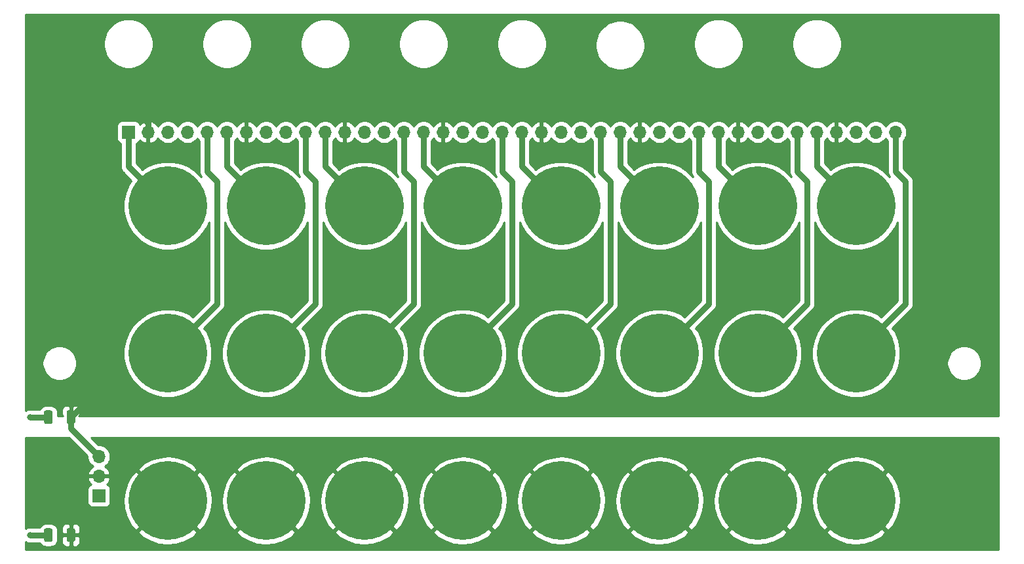
<source format=gbr>
G04 #@! TF.GenerationSoftware,KiCad,Pcbnew,5.1.8+dfsg1-1+b1*
G04 #@! TF.CreationDate,2021-05-11T12:49:47-05:00*
G04 #@! TF.ProjectId,front-panel,66726f6e-742d-4706-916e-656c2e6b6963,A*
G04 #@! TF.SameCoordinates,Original*
G04 #@! TF.FileFunction,Copper,L2,Bot*
G04 #@! TF.FilePolarity,Positive*
%FSLAX46Y46*%
G04 Gerber Fmt 4.6, Leading zero omitted, Abs format (unit mm)*
G04 Created by KiCad (PCBNEW 5.1.8+dfsg1-1+b1) date 2021-05-11 12:49:47*
%MOMM*%
%LPD*%
G01*
G04 APERTURE LIST*
G04 #@! TA.AperFunction,ComponentPad*
%ADD10O,1.700000X1.700000*%
G04 #@! TD*
G04 #@! TA.AperFunction,ComponentPad*
%ADD11R,1.700000X1.700000*%
G04 #@! TD*
G04 #@! TA.AperFunction,ComponentPad*
%ADD12C,10.160000*%
G04 #@! TD*
G04 #@! TA.AperFunction,ViaPad*
%ADD13C,0.800000*%
G04 #@! TD*
G04 #@! TA.AperFunction,Conductor*
%ADD14C,0.762000*%
G04 #@! TD*
G04 #@! TA.AperFunction,Conductor*
%ADD15C,0.254000*%
G04 #@! TD*
G04 #@! TA.AperFunction,Conductor*
%ADD16C,0.100000*%
G04 #@! TD*
G04 APERTURE END LIST*
D10*
X60960000Y-118110000D03*
X60960000Y-120650000D03*
D11*
X60960000Y-123190000D03*
G04 #@! TA.AperFunction,SMDPad,CuDef*
G36*
G01*
X54980000Y-127644998D02*
X54980000Y-128895002D01*
G75*
G02*
X54730002Y-129145000I-249998J0D01*
G01*
X54104998Y-129145000D01*
G75*
G02*
X53855000Y-128895002I0J249998D01*
G01*
X53855000Y-127644998D01*
G75*
G02*
X54104998Y-127395000I249998J0D01*
G01*
X54730002Y-127395000D01*
G75*
G02*
X54980000Y-127644998I0J-249998D01*
G01*
G37*
G04 #@! TD.AperFunction*
G04 #@! TA.AperFunction,SMDPad,CuDef*
G36*
G01*
X57905000Y-127644998D02*
X57905000Y-128895002D01*
G75*
G02*
X57655002Y-129145000I-249998J0D01*
G01*
X57029998Y-129145000D01*
G75*
G02*
X56780000Y-128895002I0J249998D01*
G01*
X56780000Y-127644998D01*
G75*
G02*
X57029998Y-127395000I249998J0D01*
G01*
X57655002Y-127395000D01*
G75*
G02*
X57905000Y-127644998I0J-249998D01*
G01*
G37*
G04 #@! TD.AperFunction*
G04 #@! TA.AperFunction,SMDPad,CuDef*
G36*
G01*
X54980000Y-112404998D02*
X54980000Y-113655002D01*
G75*
G02*
X54730002Y-113905000I-249998J0D01*
G01*
X54104998Y-113905000D01*
G75*
G02*
X53855000Y-113655002I0J249998D01*
G01*
X53855000Y-112404998D01*
G75*
G02*
X54104998Y-112155000I249998J0D01*
G01*
X54730002Y-112155000D01*
G75*
G02*
X54980000Y-112404998I0J-249998D01*
G01*
G37*
G04 #@! TD.AperFunction*
G04 #@! TA.AperFunction,SMDPad,CuDef*
G36*
G01*
X57905000Y-112404998D02*
X57905000Y-113655002D01*
G75*
G02*
X57655002Y-113905000I-249998J0D01*
G01*
X57029998Y-113905000D01*
G75*
G02*
X56780000Y-113655002I0J249998D01*
G01*
X56780000Y-112404998D01*
G75*
G02*
X57029998Y-112155000I249998J0D01*
G01*
X57655002Y-112155000D01*
G75*
G02*
X57905000Y-112404998I0J-249998D01*
G01*
G37*
G04 #@! TD.AperFunction*
D12*
X158750000Y-123825000D03*
X146050000Y-123825000D03*
X133350000Y-123825000D03*
X120650000Y-123825000D03*
X107950000Y-123825000D03*
X95250000Y-123825000D03*
X82550000Y-123825000D03*
X69850000Y-123825000D03*
X133350000Y-104775000D03*
X158750000Y-85725000D03*
X133350000Y-85725000D03*
X107950000Y-85725000D03*
X82550000Y-85725000D03*
X146050000Y-85725000D03*
X120650000Y-85725000D03*
X95250000Y-85725000D03*
X69850000Y-85725000D03*
X158750000Y-104775000D03*
X107950000Y-104775000D03*
X82550000Y-104775000D03*
X146050000Y-104775000D03*
X120650000Y-104775000D03*
X95250000Y-104775000D03*
X69850000Y-104775000D03*
D10*
X163830000Y-76200000D03*
X161290000Y-76200000D03*
X158750000Y-76200000D03*
X156210000Y-76200000D03*
X153670000Y-76200000D03*
X151130000Y-76200000D03*
X148590000Y-76200000D03*
X146050000Y-76200000D03*
X143510000Y-76200000D03*
X140970000Y-76200000D03*
X138430000Y-76200000D03*
X135890000Y-76200000D03*
X133350000Y-76200000D03*
X130810000Y-76200000D03*
X128270000Y-76200000D03*
X125730000Y-76200000D03*
X123190000Y-76200000D03*
X120650000Y-76200000D03*
X118110000Y-76200000D03*
X115570000Y-76200000D03*
X113030000Y-76200000D03*
X110490000Y-76200000D03*
X107950000Y-76200000D03*
X105410000Y-76200000D03*
X102870000Y-76200000D03*
X100330000Y-76200000D03*
X97790000Y-76200000D03*
X95250000Y-76200000D03*
X92710000Y-76200000D03*
X90170000Y-76200000D03*
X87630000Y-76200000D03*
X85090000Y-76200000D03*
X82550000Y-76200000D03*
X80010000Y-76200000D03*
X77470000Y-76200000D03*
X74930000Y-76200000D03*
X72390000Y-76200000D03*
X69850000Y-76200000D03*
X67310000Y-76200000D03*
D11*
X64770000Y-76200000D03*
D13*
X52070000Y-113030000D03*
X52070000Y-128270000D03*
D14*
X163830000Y-76200000D02*
X163830000Y-81280000D01*
X163830000Y-81280000D02*
X165100000Y-82550000D01*
X165100000Y-98425000D02*
X158750000Y-104775000D01*
X165100000Y-98425000D02*
X165100000Y-82550000D01*
X57342500Y-114492500D02*
X60960000Y-118110000D01*
X57342500Y-113030000D02*
X57342500Y-114492500D01*
X57342500Y-113030000D02*
X61595000Y-108777500D01*
X61595000Y-76303398D02*
X63603398Y-74295000D01*
X61595000Y-108777500D02*
X61595000Y-76303398D01*
X67310000Y-74997919D02*
X67310000Y-76200000D01*
X66607081Y-74295000D02*
X67310000Y-74997919D01*
X63603398Y-74295000D02*
X66607081Y-74295000D01*
X153670001Y-80645001D02*
X158750000Y-85725000D01*
X153670000Y-76200000D02*
X153670001Y-80645001D01*
X152400000Y-98425000D02*
X146050000Y-104775000D01*
X151130000Y-76200000D02*
X151130000Y-81280000D01*
X151130000Y-81280000D02*
X152400000Y-82550000D01*
X152400000Y-82550000D02*
X152400000Y-98425000D01*
X140970001Y-80645001D02*
X146050000Y-85725000D01*
X140970000Y-76200000D02*
X140970001Y-80645001D01*
X128270001Y-80645001D02*
X133350000Y-85725000D01*
X128270000Y-76200000D02*
X128270001Y-80645001D01*
X127000000Y-98425000D02*
X120650000Y-104775000D01*
X125730000Y-76200000D02*
X125730000Y-81280000D01*
X125730000Y-81280000D02*
X127000000Y-82550000D01*
X127000000Y-82550000D02*
X127000000Y-98425000D01*
X115570001Y-80645001D02*
X120650000Y-85725000D01*
X115570001Y-76199999D02*
X115570001Y-80645001D01*
X115570000Y-76200000D02*
X115570001Y-76199999D01*
X114300000Y-98425000D02*
X107950000Y-104775000D01*
X113030000Y-76200000D02*
X113030000Y-81280000D01*
X113030000Y-81280000D02*
X114300000Y-82550000D01*
X114300000Y-82550000D02*
X114300000Y-98425000D01*
X102870001Y-80645001D02*
X107950000Y-85725000D01*
X102870000Y-76200000D02*
X102870001Y-80645001D01*
X101600000Y-98425000D02*
X95250000Y-104775000D01*
X100330000Y-76200000D02*
X100330000Y-81280000D01*
X100330000Y-81280000D02*
X101600000Y-82550000D01*
X101600000Y-82550000D02*
X101600000Y-98425000D01*
X90170001Y-80645001D02*
X95250000Y-85725000D01*
X90170000Y-76200000D02*
X90170001Y-80645001D01*
X88900000Y-98425000D02*
X82550000Y-104775000D01*
X87630000Y-76200000D02*
X87630000Y-81280000D01*
X87630000Y-81280000D02*
X88900000Y-82550000D01*
X88900000Y-82550000D02*
X88900000Y-98425000D01*
X77470001Y-80645001D02*
X82550000Y-85725000D01*
X77470000Y-76200000D02*
X77470001Y-80645001D01*
X76200000Y-98425000D02*
X69850000Y-104775000D01*
X74930000Y-76200000D02*
X74930000Y-81280000D01*
X74930000Y-81280000D02*
X76200000Y-82550000D01*
X76200000Y-82550000D02*
X76200000Y-98425000D01*
X64770001Y-80645001D02*
X69850000Y-85725000D01*
X64770000Y-76200000D02*
X64770001Y-80645001D01*
X133350000Y-104775000D02*
X139700000Y-98425000D01*
X138430000Y-76200000D02*
X138430000Y-81280000D01*
X138430000Y-81280000D02*
X139700000Y-82550000D01*
X139700000Y-82550000D02*
X139700000Y-98425000D01*
X54417500Y-113030000D02*
X52070000Y-113030000D01*
X52070000Y-128270000D02*
X54417500Y-128270000D01*
D15*
X59475000Y-118061841D02*
X59475000Y-118256260D01*
X59532068Y-118543158D01*
X59644010Y-118813411D01*
X59806525Y-119056632D01*
X60013368Y-119263475D01*
X60195534Y-119385195D01*
X60078645Y-119454822D01*
X59862412Y-119649731D01*
X59688359Y-119883080D01*
X59563175Y-120145901D01*
X59518524Y-120293110D01*
X59639845Y-120523000D01*
X60833000Y-120523000D01*
X60833000Y-120503000D01*
X61087000Y-120503000D01*
X61087000Y-120523000D01*
X62280155Y-120523000D01*
X62401476Y-120293110D01*
X62356825Y-120145901D01*
X62231641Y-119883080D01*
X62160576Y-119787804D01*
X65992409Y-119787804D01*
X69850000Y-123645395D01*
X73707591Y-119787804D01*
X78692409Y-119787804D01*
X82550000Y-123645395D01*
X86407591Y-119787804D01*
X91392409Y-119787804D01*
X95250000Y-123645395D01*
X99107591Y-119787804D01*
X104092409Y-119787804D01*
X107950000Y-123645395D01*
X111807591Y-119787804D01*
X116792409Y-119787804D01*
X120650000Y-123645395D01*
X124507591Y-119787804D01*
X129492409Y-119787804D01*
X133350000Y-123645395D01*
X137207591Y-119787804D01*
X142192409Y-119787804D01*
X146050000Y-123645395D01*
X149907591Y-119787804D01*
X154892409Y-119787804D01*
X158750000Y-123645395D01*
X162607591Y-119787804D01*
X162021876Y-119105584D01*
X161038296Y-118557955D01*
X159966777Y-118212735D01*
X158848499Y-118083192D01*
X157726435Y-118174303D01*
X156643706Y-118482567D01*
X155641921Y-118996137D01*
X155478124Y-119105584D01*
X154892409Y-119787804D01*
X149907591Y-119787804D01*
X149321876Y-119105584D01*
X148338296Y-118557955D01*
X147266777Y-118212735D01*
X146148499Y-118083192D01*
X145026435Y-118174303D01*
X143943706Y-118482567D01*
X142941921Y-118996137D01*
X142778124Y-119105584D01*
X142192409Y-119787804D01*
X137207591Y-119787804D01*
X136621876Y-119105584D01*
X135638296Y-118557955D01*
X134566777Y-118212735D01*
X133448499Y-118083192D01*
X132326435Y-118174303D01*
X131243706Y-118482567D01*
X130241921Y-118996137D01*
X130078124Y-119105584D01*
X129492409Y-119787804D01*
X124507591Y-119787804D01*
X123921876Y-119105584D01*
X122938296Y-118557955D01*
X121866777Y-118212735D01*
X120748499Y-118083192D01*
X119626435Y-118174303D01*
X118543706Y-118482567D01*
X117541921Y-118996137D01*
X117378124Y-119105584D01*
X116792409Y-119787804D01*
X111807591Y-119787804D01*
X111221876Y-119105584D01*
X110238296Y-118557955D01*
X109166777Y-118212735D01*
X108048499Y-118083192D01*
X106926435Y-118174303D01*
X105843706Y-118482567D01*
X104841921Y-118996137D01*
X104678124Y-119105584D01*
X104092409Y-119787804D01*
X99107591Y-119787804D01*
X98521876Y-119105584D01*
X97538296Y-118557955D01*
X96466777Y-118212735D01*
X95348499Y-118083192D01*
X94226435Y-118174303D01*
X93143706Y-118482567D01*
X92141921Y-118996137D01*
X91978124Y-119105584D01*
X91392409Y-119787804D01*
X86407591Y-119787804D01*
X85821876Y-119105584D01*
X84838296Y-118557955D01*
X83766777Y-118212735D01*
X82648499Y-118083192D01*
X81526435Y-118174303D01*
X80443706Y-118482567D01*
X79441921Y-118996137D01*
X79278124Y-119105584D01*
X78692409Y-119787804D01*
X73707591Y-119787804D01*
X73121876Y-119105584D01*
X72138296Y-118557955D01*
X71066777Y-118212735D01*
X69948499Y-118083192D01*
X68826435Y-118174303D01*
X67743706Y-118482567D01*
X66741921Y-118996137D01*
X66578124Y-119105584D01*
X65992409Y-119787804D01*
X62160576Y-119787804D01*
X62057588Y-119649731D01*
X61841355Y-119454822D01*
X61724466Y-119385195D01*
X61906632Y-119263475D01*
X62113475Y-119056632D01*
X62275990Y-118813411D01*
X62387932Y-118543158D01*
X62445000Y-118256260D01*
X62445000Y-117963740D01*
X62387932Y-117676842D01*
X62275990Y-117406589D01*
X62113475Y-117163368D01*
X61906632Y-116956525D01*
X61663411Y-116794010D01*
X61393158Y-116682068D01*
X61106260Y-116625000D01*
X60911841Y-116625000D01*
X59983841Y-115697000D01*
X177140001Y-115697000D01*
X177140001Y-130150000D01*
X51460000Y-130150000D01*
X51460000Y-129107195D01*
X51579744Y-129187205D01*
X51768102Y-129265226D01*
X51968061Y-129305000D01*
X52171939Y-129305000D01*
X52267459Y-129286000D01*
X53311867Y-129286000D01*
X53366595Y-129388387D01*
X53477038Y-129522962D01*
X53611613Y-129633405D01*
X53765148Y-129715472D01*
X53931744Y-129766008D01*
X54104998Y-129783072D01*
X54730002Y-129783072D01*
X54903256Y-129766008D01*
X55069852Y-129715472D01*
X55223387Y-129633405D01*
X55357962Y-129522962D01*
X55468405Y-129388387D01*
X55550472Y-129234852D01*
X55577728Y-129145000D01*
X56141928Y-129145000D01*
X56154188Y-129269482D01*
X56190498Y-129389180D01*
X56249463Y-129499494D01*
X56328815Y-129596185D01*
X56425506Y-129675537D01*
X56535820Y-129734502D01*
X56655518Y-129770812D01*
X56780000Y-129783072D01*
X57056750Y-129780000D01*
X57215500Y-129621250D01*
X57215500Y-128397000D01*
X57469500Y-128397000D01*
X57469500Y-129621250D01*
X57628250Y-129780000D01*
X57905000Y-129783072D01*
X58029482Y-129770812D01*
X58149180Y-129734502D01*
X58259494Y-129675537D01*
X58356185Y-129596185D01*
X58435537Y-129499494D01*
X58494502Y-129389180D01*
X58530812Y-129269482D01*
X58543072Y-129145000D01*
X58540000Y-128555750D01*
X58381250Y-128397000D01*
X57469500Y-128397000D01*
X57215500Y-128397000D01*
X56303750Y-128397000D01*
X56145000Y-128555750D01*
X56141928Y-129145000D01*
X55577728Y-129145000D01*
X55601008Y-129068256D01*
X55618072Y-128895002D01*
X55618072Y-127644998D01*
X55601008Y-127471744D01*
X55577729Y-127395000D01*
X56141928Y-127395000D01*
X56145000Y-127984250D01*
X56303750Y-128143000D01*
X57215500Y-128143000D01*
X57215500Y-126918750D01*
X57469500Y-126918750D01*
X57469500Y-128143000D01*
X58381250Y-128143000D01*
X58540000Y-127984250D01*
X58540636Y-127862196D01*
X65992409Y-127862196D01*
X66578124Y-128544416D01*
X67561704Y-129092045D01*
X68633223Y-129437265D01*
X69751501Y-129566808D01*
X70873565Y-129475697D01*
X71956294Y-129167433D01*
X72958079Y-128653863D01*
X73121876Y-128544416D01*
X73707591Y-127862196D01*
X78692409Y-127862196D01*
X79278124Y-128544416D01*
X80261704Y-129092045D01*
X81333223Y-129437265D01*
X82451501Y-129566808D01*
X83573565Y-129475697D01*
X84656294Y-129167433D01*
X85658079Y-128653863D01*
X85821876Y-128544416D01*
X86407591Y-127862196D01*
X91392409Y-127862196D01*
X91978124Y-128544416D01*
X92961704Y-129092045D01*
X94033223Y-129437265D01*
X95151501Y-129566808D01*
X96273565Y-129475697D01*
X97356294Y-129167433D01*
X98358079Y-128653863D01*
X98521876Y-128544416D01*
X99107591Y-127862196D01*
X104092409Y-127862196D01*
X104678124Y-128544416D01*
X105661704Y-129092045D01*
X106733223Y-129437265D01*
X107851501Y-129566808D01*
X108973565Y-129475697D01*
X110056294Y-129167433D01*
X111058079Y-128653863D01*
X111221876Y-128544416D01*
X111807591Y-127862196D01*
X116792409Y-127862196D01*
X117378124Y-128544416D01*
X118361704Y-129092045D01*
X119433223Y-129437265D01*
X120551501Y-129566808D01*
X121673565Y-129475697D01*
X122756294Y-129167433D01*
X123758079Y-128653863D01*
X123921876Y-128544416D01*
X124507591Y-127862196D01*
X129492409Y-127862196D01*
X130078124Y-128544416D01*
X131061704Y-129092045D01*
X132133223Y-129437265D01*
X133251501Y-129566808D01*
X134373565Y-129475697D01*
X135456294Y-129167433D01*
X136458079Y-128653863D01*
X136621876Y-128544416D01*
X137207591Y-127862196D01*
X142192409Y-127862196D01*
X142778124Y-128544416D01*
X143761704Y-129092045D01*
X144833223Y-129437265D01*
X145951501Y-129566808D01*
X147073565Y-129475697D01*
X148156294Y-129167433D01*
X149158079Y-128653863D01*
X149321876Y-128544416D01*
X149907591Y-127862196D01*
X154892409Y-127862196D01*
X155478124Y-128544416D01*
X156461704Y-129092045D01*
X157533223Y-129437265D01*
X158651501Y-129566808D01*
X159773565Y-129475697D01*
X160856294Y-129167433D01*
X161858079Y-128653863D01*
X162021876Y-128544416D01*
X162607591Y-127862196D01*
X158750000Y-124004605D01*
X154892409Y-127862196D01*
X149907591Y-127862196D01*
X146050000Y-124004605D01*
X142192409Y-127862196D01*
X137207591Y-127862196D01*
X133350000Y-124004605D01*
X129492409Y-127862196D01*
X124507591Y-127862196D01*
X120650000Y-124004605D01*
X116792409Y-127862196D01*
X111807591Y-127862196D01*
X107950000Y-124004605D01*
X104092409Y-127862196D01*
X99107591Y-127862196D01*
X95250000Y-124004605D01*
X91392409Y-127862196D01*
X86407591Y-127862196D01*
X82550000Y-124004605D01*
X78692409Y-127862196D01*
X73707591Y-127862196D01*
X69850000Y-124004605D01*
X65992409Y-127862196D01*
X58540636Y-127862196D01*
X58543072Y-127395000D01*
X58530812Y-127270518D01*
X58494502Y-127150820D01*
X58435537Y-127040506D01*
X58356185Y-126943815D01*
X58259494Y-126864463D01*
X58149180Y-126805498D01*
X58029482Y-126769188D01*
X57905000Y-126756928D01*
X57628250Y-126760000D01*
X57469500Y-126918750D01*
X57215500Y-126918750D01*
X57056750Y-126760000D01*
X56780000Y-126756928D01*
X56655518Y-126769188D01*
X56535820Y-126805498D01*
X56425506Y-126864463D01*
X56328815Y-126943815D01*
X56249463Y-127040506D01*
X56190498Y-127150820D01*
X56154188Y-127270518D01*
X56141928Y-127395000D01*
X55577729Y-127395000D01*
X55550472Y-127305148D01*
X55468405Y-127151613D01*
X55357962Y-127017038D01*
X55223387Y-126906595D01*
X55069852Y-126824528D01*
X54903256Y-126773992D01*
X54730002Y-126756928D01*
X54104998Y-126756928D01*
X53931744Y-126773992D01*
X53765148Y-126824528D01*
X53611613Y-126906595D01*
X53477038Y-127017038D01*
X53366595Y-127151613D01*
X53311867Y-127254000D01*
X52267459Y-127254000D01*
X52171939Y-127235000D01*
X51968061Y-127235000D01*
X51768102Y-127274774D01*
X51579744Y-127352795D01*
X51460000Y-127432805D01*
X51460000Y-122340000D01*
X59471928Y-122340000D01*
X59471928Y-124040000D01*
X59484188Y-124164482D01*
X59520498Y-124284180D01*
X59579463Y-124394494D01*
X59658815Y-124491185D01*
X59755506Y-124570537D01*
X59865820Y-124629502D01*
X59985518Y-124665812D01*
X60110000Y-124678072D01*
X61810000Y-124678072D01*
X61934482Y-124665812D01*
X62054180Y-124629502D01*
X62164494Y-124570537D01*
X62261185Y-124491185D01*
X62340537Y-124394494D01*
X62399502Y-124284180D01*
X62435812Y-124164482D01*
X62448072Y-124040000D01*
X62448072Y-123726501D01*
X64108192Y-123726501D01*
X64199303Y-124848565D01*
X64507567Y-125931294D01*
X65021137Y-126933079D01*
X65130584Y-127096876D01*
X65812804Y-127682591D01*
X69670395Y-123825000D01*
X70029605Y-123825000D01*
X73887196Y-127682591D01*
X74569416Y-127096876D01*
X75117045Y-126113296D01*
X75462265Y-125041777D01*
X75591808Y-123923499D01*
X75575812Y-123726501D01*
X76808192Y-123726501D01*
X76899303Y-124848565D01*
X77207567Y-125931294D01*
X77721137Y-126933079D01*
X77830584Y-127096876D01*
X78512804Y-127682591D01*
X82370395Y-123825000D01*
X82729605Y-123825000D01*
X86587196Y-127682591D01*
X87269416Y-127096876D01*
X87817045Y-126113296D01*
X88162265Y-125041777D01*
X88291808Y-123923499D01*
X88275812Y-123726501D01*
X89508192Y-123726501D01*
X89599303Y-124848565D01*
X89907567Y-125931294D01*
X90421137Y-126933079D01*
X90530584Y-127096876D01*
X91212804Y-127682591D01*
X95070395Y-123825000D01*
X95429605Y-123825000D01*
X99287196Y-127682591D01*
X99969416Y-127096876D01*
X100517045Y-126113296D01*
X100862265Y-125041777D01*
X100991808Y-123923499D01*
X100975812Y-123726501D01*
X102208192Y-123726501D01*
X102299303Y-124848565D01*
X102607567Y-125931294D01*
X103121137Y-126933079D01*
X103230584Y-127096876D01*
X103912804Y-127682591D01*
X107770395Y-123825000D01*
X108129605Y-123825000D01*
X111987196Y-127682591D01*
X112669416Y-127096876D01*
X113217045Y-126113296D01*
X113562265Y-125041777D01*
X113691808Y-123923499D01*
X113675812Y-123726501D01*
X114908192Y-123726501D01*
X114999303Y-124848565D01*
X115307567Y-125931294D01*
X115821137Y-126933079D01*
X115930584Y-127096876D01*
X116612804Y-127682591D01*
X120470395Y-123825000D01*
X120829605Y-123825000D01*
X124687196Y-127682591D01*
X125369416Y-127096876D01*
X125917045Y-126113296D01*
X126262265Y-125041777D01*
X126391808Y-123923499D01*
X126375812Y-123726501D01*
X127608192Y-123726501D01*
X127699303Y-124848565D01*
X128007567Y-125931294D01*
X128521137Y-126933079D01*
X128630584Y-127096876D01*
X129312804Y-127682591D01*
X133170395Y-123825000D01*
X133529605Y-123825000D01*
X137387196Y-127682591D01*
X138069416Y-127096876D01*
X138617045Y-126113296D01*
X138962265Y-125041777D01*
X139091808Y-123923499D01*
X139075812Y-123726501D01*
X140308192Y-123726501D01*
X140399303Y-124848565D01*
X140707567Y-125931294D01*
X141221137Y-126933079D01*
X141330584Y-127096876D01*
X142012804Y-127682591D01*
X145870395Y-123825000D01*
X146229605Y-123825000D01*
X150087196Y-127682591D01*
X150769416Y-127096876D01*
X151317045Y-126113296D01*
X151662265Y-125041777D01*
X151791808Y-123923499D01*
X151775812Y-123726501D01*
X153008192Y-123726501D01*
X153099303Y-124848565D01*
X153407567Y-125931294D01*
X153921137Y-126933079D01*
X154030584Y-127096876D01*
X154712804Y-127682591D01*
X158570395Y-123825000D01*
X158929605Y-123825000D01*
X162787196Y-127682591D01*
X163469416Y-127096876D01*
X164017045Y-126113296D01*
X164362265Y-125041777D01*
X164491808Y-123923499D01*
X164400697Y-122801435D01*
X164092433Y-121718706D01*
X163578863Y-120716921D01*
X163469416Y-120553124D01*
X162787196Y-119967409D01*
X158929605Y-123825000D01*
X158570395Y-123825000D01*
X154712804Y-119967409D01*
X154030584Y-120553124D01*
X153482955Y-121536704D01*
X153137735Y-122608223D01*
X153008192Y-123726501D01*
X151775812Y-123726501D01*
X151700697Y-122801435D01*
X151392433Y-121718706D01*
X150878863Y-120716921D01*
X150769416Y-120553124D01*
X150087196Y-119967409D01*
X146229605Y-123825000D01*
X145870395Y-123825000D01*
X142012804Y-119967409D01*
X141330584Y-120553124D01*
X140782955Y-121536704D01*
X140437735Y-122608223D01*
X140308192Y-123726501D01*
X139075812Y-123726501D01*
X139000697Y-122801435D01*
X138692433Y-121718706D01*
X138178863Y-120716921D01*
X138069416Y-120553124D01*
X137387196Y-119967409D01*
X133529605Y-123825000D01*
X133170395Y-123825000D01*
X129312804Y-119967409D01*
X128630584Y-120553124D01*
X128082955Y-121536704D01*
X127737735Y-122608223D01*
X127608192Y-123726501D01*
X126375812Y-123726501D01*
X126300697Y-122801435D01*
X125992433Y-121718706D01*
X125478863Y-120716921D01*
X125369416Y-120553124D01*
X124687196Y-119967409D01*
X120829605Y-123825000D01*
X120470395Y-123825000D01*
X116612804Y-119967409D01*
X115930584Y-120553124D01*
X115382955Y-121536704D01*
X115037735Y-122608223D01*
X114908192Y-123726501D01*
X113675812Y-123726501D01*
X113600697Y-122801435D01*
X113292433Y-121718706D01*
X112778863Y-120716921D01*
X112669416Y-120553124D01*
X111987196Y-119967409D01*
X108129605Y-123825000D01*
X107770395Y-123825000D01*
X103912804Y-119967409D01*
X103230584Y-120553124D01*
X102682955Y-121536704D01*
X102337735Y-122608223D01*
X102208192Y-123726501D01*
X100975812Y-123726501D01*
X100900697Y-122801435D01*
X100592433Y-121718706D01*
X100078863Y-120716921D01*
X99969416Y-120553124D01*
X99287196Y-119967409D01*
X95429605Y-123825000D01*
X95070395Y-123825000D01*
X91212804Y-119967409D01*
X90530584Y-120553124D01*
X89982955Y-121536704D01*
X89637735Y-122608223D01*
X89508192Y-123726501D01*
X88275812Y-123726501D01*
X88200697Y-122801435D01*
X87892433Y-121718706D01*
X87378863Y-120716921D01*
X87269416Y-120553124D01*
X86587196Y-119967409D01*
X82729605Y-123825000D01*
X82370395Y-123825000D01*
X78512804Y-119967409D01*
X77830584Y-120553124D01*
X77282955Y-121536704D01*
X76937735Y-122608223D01*
X76808192Y-123726501D01*
X75575812Y-123726501D01*
X75500697Y-122801435D01*
X75192433Y-121718706D01*
X74678863Y-120716921D01*
X74569416Y-120553124D01*
X73887196Y-119967409D01*
X70029605Y-123825000D01*
X69670395Y-123825000D01*
X65812804Y-119967409D01*
X65130584Y-120553124D01*
X64582955Y-121536704D01*
X64237735Y-122608223D01*
X64108192Y-123726501D01*
X62448072Y-123726501D01*
X62448072Y-122340000D01*
X62435812Y-122215518D01*
X62399502Y-122095820D01*
X62340537Y-121985506D01*
X62261185Y-121888815D01*
X62164494Y-121809463D01*
X62054180Y-121750498D01*
X61973534Y-121726034D01*
X62057588Y-121650269D01*
X62231641Y-121416920D01*
X62356825Y-121154099D01*
X62401476Y-121006890D01*
X62280155Y-120777000D01*
X61087000Y-120777000D01*
X61087000Y-120797000D01*
X60833000Y-120797000D01*
X60833000Y-120777000D01*
X59639845Y-120777000D01*
X59518524Y-121006890D01*
X59563175Y-121154099D01*
X59688359Y-121416920D01*
X59862412Y-121650269D01*
X59946466Y-121726034D01*
X59865820Y-121750498D01*
X59755506Y-121809463D01*
X59658815Y-121888815D01*
X59579463Y-121985506D01*
X59520498Y-122095820D01*
X59484188Y-122215518D01*
X59471928Y-122340000D01*
X51460000Y-122340000D01*
X51460000Y-115697000D01*
X57110160Y-115697000D01*
X59475000Y-118061841D01*
G04 #@! TA.AperFunction,Conductor*
D16*
G36*
X59475000Y-118061841D02*
G01*
X59475000Y-118256260D01*
X59532068Y-118543158D01*
X59644010Y-118813411D01*
X59806525Y-119056632D01*
X60013368Y-119263475D01*
X60195534Y-119385195D01*
X60078645Y-119454822D01*
X59862412Y-119649731D01*
X59688359Y-119883080D01*
X59563175Y-120145901D01*
X59518524Y-120293110D01*
X59639845Y-120523000D01*
X60833000Y-120523000D01*
X60833000Y-120503000D01*
X61087000Y-120503000D01*
X61087000Y-120523000D01*
X62280155Y-120523000D01*
X62401476Y-120293110D01*
X62356825Y-120145901D01*
X62231641Y-119883080D01*
X62160576Y-119787804D01*
X65992409Y-119787804D01*
X69850000Y-123645395D01*
X73707591Y-119787804D01*
X78692409Y-119787804D01*
X82550000Y-123645395D01*
X86407591Y-119787804D01*
X91392409Y-119787804D01*
X95250000Y-123645395D01*
X99107591Y-119787804D01*
X104092409Y-119787804D01*
X107950000Y-123645395D01*
X111807591Y-119787804D01*
X116792409Y-119787804D01*
X120650000Y-123645395D01*
X124507591Y-119787804D01*
X129492409Y-119787804D01*
X133350000Y-123645395D01*
X137207591Y-119787804D01*
X142192409Y-119787804D01*
X146050000Y-123645395D01*
X149907591Y-119787804D01*
X154892409Y-119787804D01*
X158750000Y-123645395D01*
X162607591Y-119787804D01*
X162021876Y-119105584D01*
X161038296Y-118557955D01*
X159966777Y-118212735D01*
X158848499Y-118083192D01*
X157726435Y-118174303D01*
X156643706Y-118482567D01*
X155641921Y-118996137D01*
X155478124Y-119105584D01*
X154892409Y-119787804D01*
X149907591Y-119787804D01*
X149321876Y-119105584D01*
X148338296Y-118557955D01*
X147266777Y-118212735D01*
X146148499Y-118083192D01*
X145026435Y-118174303D01*
X143943706Y-118482567D01*
X142941921Y-118996137D01*
X142778124Y-119105584D01*
X142192409Y-119787804D01*
X137207591Y-119787804D01*
X136621876Y-119105584D01*
X135638296Y-118557955D01*
X134566777Y-118212735D01*
X133448499Y-118083192D01*
X132326435Y-118174303D01*
X131243706Y-118482567D01*
X130241921Y-118996137D01*
X130078124Y-119105584D01*
X129492409Y-119787804D01*
X124507591Y-119787804D01*
X123921876Y-119105584D01*
X122938296Y-118557955D01*
X121866777Y-118212735D01*
X120748499Y-118083192D01*
X119626435Y-118174303D01*
X118543706Y-118482567D01*
X117541921Y-118996137D01*
X117378124Y-119105584D01*
X116792409Y-119787804D01*
X111807591Y-119787804D01*
X111221876Y-119105584D01*
X110238296Y-118557955D01*
X109166777Y-118212735D01*
X108048499Y-118083192D01*
X106926435Y-118174303D01*
X105843706Y-118482567D01*
X104841921Y-118996137D01*
X104678124Y-119105584D01*
X104092409Y-119787804D01*
X99107591Y-119787804D01*
X98521876Y-119105584D01*
X97538296Y-118557955D01*
X96466777Y-118212735D01*
X95348499Y-118083192D01*
X94226435Y-118174303D01*
X93143706Y-118482567D01*
X92141921Y-118996137D01*
X91978124Y-119105584D01*
X91392409Y-119787804D01*
X86407591Y-119787804D01*
X85821876Y-119105584D01*
X84838296Y-118557955D01*
X83766777Y-118212735D01*
X82648499Y-118083192D01*
X81526435Y-118174303D01*
X80443706Y-118482567D01*
X79441921Y-118996137D01*
X79278124Y-119105584D01*
X78692409Y-119787804D01*
X73707591Y-119787804D01*
X73121876Y-119105584D01*
X72138296Y-118557955D01*
X71066777Y-118212735D01*
X69948499Y-118083192D01*
X68826435Y-118174303D01*
X67743706Y-118482567D01*
X66741921Y-118996137D01*
X66578124Y-119105584D01*
X65992409Y-119787804D01*
X62160576Y-119787804D01*
X62057588Y-119649731D01*
X61841355Y-119454822D01*
X61724466Y-119385195D01*
X61906632Y-119263475D01*
X62113475Y-119056632D01*
X62275990Y-118813411D01*
X62387932Y-118543158D01*
X62445000Y-118256260D01*
X62445000Y-117963740D01*
X62387932Y-117676842D01*
X62275990Y-117406589D01*
X62113475Y-117163368D01*
X61906632Y-116956525D01*
X61663411Y-116794010D01*
X61393158Y-116682068D01*
X61106260Y-116625000D01*
X60911841Y-116625000D01*
X59983841Y-115697000D01*
X177140001Y-115697000D01*
X177140001Y-130150000D01*
X51460000Y-130150000D01*
X51460000Y-129107195D01*
X51579744Y-129187205D01*
X51768102Y-129265226D01*
X51968061Y-129305000D01*
X52171939Y-129305000D01*
X52267459Y-129286000D01*
X53311867Y-129286000D01*
X53366595Y-129388387D01*
X53477038Y-129522962D01*
X53611613Y-129633405D01*
X53765148Y-129715472D01*
X53931744Y-129766008D01*
X54104998Y-129783072D01*
X54730002Y-129783072D01*
X54903256Y-129766008D01*
X55069852Y-129715472D01*
X55223387Y-129633405D01*
X55357962Y-129522962D01*
X55468405Y-129388387D01*
X55550472Y-129234852D01*
X55577728Y-129145000D01*
X56141928Y-129145000D01*
X56154188Y-129269482D01*
X56190498Y-129389180D01*
X56249463Y-129499494D01*
X56328815Y-129596185D01*
X56425506Y-129675537D01*
X56535820Y-129734502D01*
X56655518Y-129770812D01*
X56780000Y-129783072D01*
X57056750Y-129780000D01*
X57215500Y-129621250D01*
X57215500Y-128397000D01*
X57469500Y-128397000D01*
X57469500Y-129621250D01*
X57628250Y-129780000D01*
X57905000Y-129783072D01*
X58029482Y-129770812D01*
X58149180Y-129734502D01*
X58259494Y-129675537D01*
X58356185Y-129596185D01*
X58435537Y-129499494D01*
X58494502Y-129389180D01*
X58530812Y-129269482D01*
X58543072Y-129145000D01*
X58540000Y-128555750D01*
X58381250Y-128397000D01*
X57469500Y-128397000D01*
X57215500Y-128397000D01*
X56303750Y-128397000D01*
X56145000Y-128555750D01*
X56141928Y-129145000D01*
X55577728Y-129145000D01*
X55601008Y-129068256D01*
X55618072Y-128895002D01*
X55618072Y-127644998D01*
X55601008Y-127471744D01*
X55577729Y-127395000D01*
X56141928Y-127395000D01*
X56145000Y-127984250D01*
X56303750Y-128143000D01*
X57215500Y-128143000D01*
X57215500Y-126918750D01*
X57469500Y-126918750D01*
X57469500Y-128143000D01*
X58381250Y-128143000D01*
X58540000Y-127984250D01*
X58540636Y-127862196D01*
X65992409Y-127862196D01*
X66578124Y-128544416D01*
X67561704Y-129092045D01*
X68633223Y-129437265D01*
X69751501Y-129566808D01*
X70873565Y-129475697D01*
X71956294Y-129167433D01*
X72958079Y-128653863D01*
X73121876Y-128544416D01*
X73707591Y-127862196D01*
X78692409Y-127862196D01*
X79278124Y-128544416D01*
X80261704Y-129092045D01*
X81333223Y-129437265D01*
X82451501Y-129566808D01*
X83573565Y-129475697D01*
X84656294Y-129167433D01*
X85658079Y-128653863D01*
X85821876Y-128544416D01*
X86407591Y-127862196D01*
X91392409Y-127862196D01*
X91978124Y-128544416D01*
X92961704Y-129092045D01*
X94033223Y-129437265D01*
X95151501Y-129566808D01*
X96273565Y-129475697D01*
X97356294Y-129167433D01*
X98358079Y-128653863D01*
X98521876Y-128544416D01*
X99107591Y-127862196D01*
X104092409Y-127862196D01*
X104678124Y-128544416D01*
X105661704Y-129092045D01*
X106733223Y-129437265D01*
X107851501Y-129566808D01*
X108973565Y-129475697D01*
X110056294Y-129167433D01*
X111058079Y-128653863D01*
X111221876Y-128544416D01*
X111807591Y-127862196D01*
X116792409Y-127862196D01*
X117378124Y-128544416D01*
X118361704Y-129092045D01*
X119433223Y-129437265D01*
X120551501Y-129566808D01*
X121673565Y-129475697D01*
X122756294Y-129167433D01*
X123758079Y-128653863D01*
X123921876Y-128544416D01*
X124507591Y-127862196D01*
X129492409Y-127862196D01*
X130078124Y-128544416D01*
X131061704Y-129092045D01*
X132133223Y-129437265D01*
X133251501Y-129566808D01*
X134373565Y-129475697D01*
X135456294Y-129167433D01*
X136458079Y-128653863D01*
X136621876Y-128544416D01*
X137207591Y-127862196D01*
X142192409Y-127862196D01*
X142778124Y-128544416D01*
X143761704Y-129092045D01*
X144833223Y-129437265D01*
X145951501Y-129566808D01*
X147073565Y-129475697D01*
X148156294Y-129167433D01*
X149158079Y-128653863D01*
X149321876Y-128544416D01*
X149907591Y-127862196D01*
X154892409Y-127862196D01*
X155478124Y-128544416D01*
X156461704Y-129092045D01*
X157533223Y-129437265D01*
X158651501Y-129566808D01*
X159773565Y-129475697D01*
X160856294Y-129167433D01*
X161858079Y-128653863D01*
X162021876Y-128544416D01*
X162607591Y-127862196D01*
X158750000Y-124004605D01*
X154892409Y-127862196D01*
X149907591Y-127862196D01*
X146050000Y-124004605D01*
X142192409Y-127862196D01*
X137207591Y-127862196D01*
X133350000Y-124004605D01*
X129492409Y-127862196D01*
X124507591Y-127862196D01*
X120650000Y-124004605D01*
X116792409Y-127862196D01*
X111807591Y-127862196D01*
X107950000Y-124004605D01*
X104092409Y-127862196D01*
X99107591Y-127862196D01*
X95250000Y-124004605D01*
X91392409Y-127862196D01*
X86407591Y-127862196D01*
X82550000Y-124004605D01*
X78692409Y-127862196D01*
X73707591Y-127862196D01*
X69850000Y-124004605D01*
X65992409Y-127862196D01*
X58540636Y-127862196D01*
X58543072Y-127395000D01*
X58530812Y-127270518D01*
X58494502Y-127150820D01*
X58435537Y-127040506D01*
X58356185Y-126943815D01*
X58259494Y-126864463D01*
X58149180Y-126805498D01*
X58029482Y-126769188D01*
X57905000Y-126756928D01*
X57628250Y-126760000D01*
X57469500Y-126918750D01*
X57215500Y-126918750D01*
X57056750Y-126760000D01*
X56780000Y-126756928D01*
X56655518Y-126769188D01*
X56535820Y-126805498D01*
X56425506Y-126864463D01*
X56328815Y-126943815D01*
X56249463Y-127040506D01*
X56190498Y-127150820D01*
X56154188Y-127270518D01*
X56141928Y-127395000D01*
X55577729Y-127395000D01*
X55550472Y-127305148D01*
X55468405Y-127151613D01*
X55357962Y-127017038D01*
X55223387Y-126906595D01*
X55069852Y-126824528D01*
X54903256Y-126773992D01*
X54730002Y-126756928D01*
X54104998Y-126756928D01*
X53931744Y-126773992D01*
X53765148Y-126824528D01*
X53611613Y-126906595D01*
X53477038Y-127017038D01*
X53366595Y-127151613D01*
X53311867Y-127254000D01*
X52267459Y-127254000D01*
X52171939Y-127235000D01*
X51968061Y-127235000D01*
X51768102Y-127274774D01*
X51579744Y-127352795D01*
X51460000Y-127432805D01*
X51460000Y-122340000D01*
X59471928Y-122340000D01*
X59471928Y-124040000D01*
X59484188Y-124164482D01*
X59520498Y-124284180D01*
X59579463Y-124394494D01*
X59658815Y-124491185D01*
X59755506Y-124570537D01*
X59865820Y-124629502D01*
X59985518Y-124665812D01*
X60110000Y-124678072D01*
X61810000Y-124678072D01*
X61934482Y-124665812D01*
X62054180Y-124629502D01*
X62164494Y-124570537D01*
X62261185Y-124491185D01*
X62340537Y-124394494D01*
X62399502Y-124284180D01*
X62435812Y-124164482D01*
X62448072Y-124040000D01*
X62448072Y-123726501D01*
X64108192Y-123726501D01*
X64199303Y-124848565D01*
X64507567Y-125931294D01*
X65021137Y-126933079D01*
X65130584Y-127096876D01*
X65812804Y-127682591D01*
X69670395Y-123825000D01*
X70029605Y-123825000D01*
X73887196Y-127682591D01*
X74569416Y-127096876D01*
X75117045Y-126113296D01*
X75462265Y-125041777D01*
X75591808Y-123923499D01*
X75575812Y-123726501D01*
X76808192Y-123726501D01*
X76899303Y-124848565D01*
X77207567Y-125931294D01*
X77721137Y-126933079D01*
X77830584Y-127096876D01*
X78512804Y-127682591D01*
X82370395Y-123825000D01*
X82729605Y-123825000D01*
X86587196Y-127682591D01*
X87269416Y-127096876D01*
X87817045Y-126113296D01*
X88162265Y-125041777D01*
X88291808Y-123923499D01*
X88275812Y-123726501D01*
X89508192Y-123726501D01*
X89599303Y-124848565D01*
X89907567Y-125931294D01*
X90421137Y-126933079D01*
X90530584Y-127096876D01*
X91212804Y-127682591D01*
X95070395Y-123825000D01*
X95429605Y-123825000D01*
X99287196Y-127682591D01*
X99969416Y-127096876D01*
X100517045Y-126113296D01*
X100862265Y-125041777D01*
X100991808Y-123923499D01*
X100975812Y-123726501D01*
X102208192Y-123726501D01*
X102299303Y-124848565D01*
X102607567Y-125931294D01*
X103121137Y-126933079D01*
X103230584Y-127096876D01*
X103912804Y-127682591D01*
X107770395Y-123825000D01*
X108129605Y-123825000D01*
X111987196Y-127682591D01*
X112669416Y-127096876D01*
X113217045Y-126113296D01*
X113562265Y-125041777D01*
X113691808Y-123923499D01*
X113675812Y-123726501D01*
X114908192Y-123726501D01*
X114999303Y-124848565D01*
X115307567Y-125931294D01*
X115821137Y-126933079D01*
X115930584Y-127096876D01*
X116612804Y-127682591D01*
X120470395Y-123825000D01*
X120829605Y-123825000D01*
X124687196Y-127682591D01*
X125369416Y-127096876D01*
X125917045Y-126113296D01*
X126262265Y-125041777D01*
X126391808Y-123923499D01*
X126375812Y-123726501D01*
X127608192Y-123726501D01*
X127699303Y-124848565D01*
X128007567Y-125931294D01*
X128521137Y-126933079D01*
X128630584Y-127096876D01*
X129312804Y-127682591D01*
X133170395Y-123825000D01*
X133529605Y-123825000D01*
X137387196Y-127682591D01*
X138069416Y-127096876D01*
X138617045Y-126113296D01*
X138962265Y-125041777D01*
X139091808Y-123923499D01*
X139075812Y-123726501D01*
X140308192Y-123726501D01*
X140399303Y-124848565D01*
X140707567Y-125931294D01*
X141221137Y-126933079D01*
X141330584Y-127096876D01*
X142012804Y-127682591D01*
X145870395Y-123825000D01*
X146229605Y-123825000D01*
X150087196Y-127682591D01*
X150769416Y-127096876D01*
X151317045Y-126113296D01*
X151662265Y-125041777D01*
X151791808Y-123923499D01*
X151775812Y-123726501D01*
X153008192Y-123726501D01*
X153099303Y-124848565D01*
X153407567Y-125931294D01*
X153921137Y-126933079D01*
X154030584Y-127096876D01*
X154712804Y-127682591D01*
X158570395Y-123825000D01*
X158929605Y-123825000D01*
X162787196Y-127682591D01*
X163469416Y-127096876D01*
X164017045Y-126113296D01*
X164362265Y-125041777D01*
X164491808Y-123923499D01*
X164400697Y-122801435D01*
X164092433Y-121718706D01*
X163578863Y-120716921D01*
X163469416Y-120553124D01*
X162787196Y-119967409D01*
X158929605Y-123825000D01*
X158570395Y-123825000D01*
X154712804Y-119967409D01*
X154030584Y-120553124D01*
X153482955Y-121536704D01*
X153137735Y-122608223D01*
X153008192Y-123726501D01*
X151775812Y-123726501D01*
X151700697Y-122801435D01*
X151392433Y-121718706D01*
X150878863Y-120716921D01*
X150769416Y-120553124D01*
X150087196Y-119967409D01*
X146229605Y-123825000D01*
X145870395Y-123825000D01*
X142012804Y-119967409D01*
X141330584Y-120553124D01*
X140782955Y-121536704D01*
X140437735Y-122608223D01*
X140308192Y-123726501D01*
X139075812Y-123726501D01*
X139000697Y-122801435D01*
X138692433Y-121718706D01*
X138178863Y-120716921D01*
X138069416Y-120553124D01*
X137387196Y-119967409D01*
X133529605Y-123825000D01*
X133170395Y-123825000D01*
X129312804Y-119967409D01*
X128630584Y-120553124D01*
X128082955Y-121536704D01*
X127737735Y-122608223D01*
X127608192Y-123726501D01*
X126375812Y-123726501D01*
X126300697Y-122801435D01*
X125992433Y-121718706D01*
X125478863Y-120716921D01*
X125369416Y-120553124D01*
X124687196Y-119967409D01*
X120829605Y-123825000D01*
X120470395Y-123825000D01*
X116612804Y-119967409D01*
X115930584Y-120553124D01*
X115382955Y-121536704D01*
X115037735Y-122608223D01*
X114908192Y-123726501D01*
X113675812Y-123726501D01*
X113600697Y-122801435D01*
X113292433Y-121718706D01*
X112778863Y-120716921D01*
X112669416Y-120553124D01*
X111987196Y-119967409D01*
X108129605Y-123825000D01*
X107770395Y-123825000D01*
X103912804Y-119967409D01*
X103230584Y-120553124D01*
X102682955Y-121536704D01*
X102337735Y-122608223D01*
X102208192Y-123726501D01*
X100975812Y-123726501D01*
X100900697Y-122801435D01*
X100592433Y-121718706D01*
X100078863Y-120716921D01*
X99969416Y-120553124D01*
X99287196Y-119967409D01*
X95429605Y-123825000D01*
X95070395Y-123825000D01*
X91212804Y-119967409D01*
X90530584Y-120553124D01*
X89982955Y-121536704D01*
X89637735Y-122608223D01*
X89508192Y-123726501D01*
X88275812Y-123726501D01*
X88200697Y-122801435D01*
X87892433Y-121718706D01*
X87378863Y-120716921D01*
X87269416Y-120553124D01*
X86587196Y-119967409D01*
X82729605Y-123825000D01*
X82370395Y-123825000D01*
X78512804Y-119967409D01*
X77830584Y-120553124D01*
X77282955Y-121536704D01*
X76937735Y-122608223D01*
X76808192Y-123726501D01*
X75575812Y-123726501D01*
X75500697Y-122801435D01*
X75192433Y-121718706D01*
X74678863Y-120716921D01*
X74569416Y-120553124D01*
X73887196Y-119967409D01*
X70029605Y-123825000D01*
X69670395Y-123825000D01*
X65812804Y-119967409D01*
X65130584Y-120553124D01*
X64582955Y-121536704D01*
X64237735Y-122608223D01*
X64108192Y-123726501D01*
X62448072Y-123726501D01*
X62448072Y-122340000D01*
X62435812Y-122215518D01*
X62399502Y-122095820D01*
X62340537Y-121985506D01*
X62261185Y-121888815D01*
X62164494Y-121809463D01*
X62054180Y-121750498D01*
X61973534Y-121726034D01*
X62057588Y-121650269D01*
X62231641Y-121416920D01*
X62356825Y-121154099D01*
X62401476Y-121006890D01*
X62280155Y-120777000D01*
X61087000Y-120777000D01*
X61087000Y-120797000D01*
X60833000Y-120797000D01*
X60833000Y-120777000D01*
X59639845Y-120777000D01*
X59518524Y-121006890D01*
X59563175Y-121154099D01*
X59688359Y-121416920D01*
X59862412Y-121650269D01*
X59946466Y-121726034D01*
X59865820Y-121750498D01*
X59755506Y-121809463D01*
X59658815Y-121888815D01*
X59579463Y-121985506D01*
X59520498Y-122095820D01*
X59484188Y-122215518D01*
X59471928Y-122340000D01*
X51460000Y-122340000D01*
X51460000Y-115697000D01*
X57110160Y-115697000D01*
X59475000Y-118061841D01*
G37*
G04 #@! TD.AperFunction*
D15*
X177140001Y-112903000D02*
X58540000Y-112903000D01*
X58540000Y-112902998D01*
X58381252Y-112902998D01*
X58540000Y-112744250D01*
X58543072Y-112155000D01*
X58530812Y-112030518D01*
X58494502Y-111910820D01*
X58435537Y-111800506D01*
X58356185Y-111703815D01*
X58259494Y-111624463D01*
X58149180Y-111565498D01*
X58029482Y-111529188D01*
X57905000Y-111516928D01*
X57628250Y-111520000D01*
X57469500Y-111678750D01*
X57469500Y-112903000D01*
X57215500Y-112903000D01*
X57215500Y-111678750D01*
X57056750Y-111520000D01*
X56780000Y-111516928D01*
X56655518Y-111529188D01*
X56535820Y-111565498D01*
X56425506Y-111624463D01*
X56328815Y-111703815D01*
X56249463Y-111800506D01*
X56190498Y-111910820D01*
X56154188Y-112030518D01*
X56141928Y-112155000D01*
X56145000Y-112744250D01*
X56303748Y-112902998D01*
X56145000Y-112902998D01*
X56145000Y-112903000D01*
X55618072Y-112903000D01*
X55618072Y-112404998D01*
X55601008Y-112231744D01*
X55550472Y-112065148D01*
X55468405Y-111911613D01*
X55357962Y-111777038D01*
X55223387Y-111666595D01*
X55069852Y-111584528D01*
X54903256Y-111533992D01*
X54730002Y-111516928D01*
X54104998Y-111516928D01*
X53931744Y-111533992D01*
X53765148Y-111584528D01*
X53611613Y-111666595D01*
X53477038Y-111777038D01*
X53366595Y-111911613D01*
X53311867Y-112014000D01*
X52267459Y-112014000D01*
X52171939Y-111995000D01*
X51968061Y-111995000D01*
X51768102Y-112034774D01*
X51579744Y-112112795D01*
X51460000Y-112192805D01*
X51460000Y-105824872D01*
X53645000Y-105824872D01*
X53645000Y-106265128D01*
X53730890Y-106696925D01*
X53899369Y-107103669D01*
X54143962Y-107469729D01*
X54455271Y-107781038D01*
X54821331Y-108025631D01*
X55228075Y-108194110D01*
X55659872Y-108280000D01*
X56100128Y-108280000D01*
X56531925Y-108194110D01*
X56938669Y-108025631D01*
X57304729Y-107781038D01*
X57616038Y-107469729D01*
X57860631Y-107103669D01*
X58029110Y-106696925D01*
X58115000Y-106265128D01*
X58115000Y-105824872D01*
X58029110Y-105393075D01*
X57860631Y-104986331D01*
X57616038Y-104620271D01*
X57304729Y-104308962D01*
X56938669Y-104064369D01*
X56531925Y-103895890D01*
X56100128Y-103810000D01*
X55659872Y-103810000D01*
X55228075Y-103895890D01*
X54821331Y-104064369D01*
X54455271Y-104308962D01*
X54143962Y-104620271D01*
X53899369Y-104986331D01*
X53730890Y-105393075D01*
X53645000Y-105824872D01*
X51460000Y-105824872D01*
X51460000Y-75350000D01*
X63281928Y-75350000D01*
X63281928Y-77050000D01*
X63294188Y-77174482D01*
X63330498Y-77294180D01*
X63389463Y-77404494D01*
X63468815Y-77501185D01*
X63565506Y-77580537D01*
X63675820Y-77639502D01*
X63754001Y-77663218D01*
X63754002Y-80595090D01*
X63749086Y-80645001D01*
X63768703Y-80844171D01*
X63782397Y-80889313D01*
X63826800Y-81035688D01*
X63921142Y-81212191D01*
X64048106Y-81366897D01*
X64086869Y-81398709D01*
X65154197Y-82466038D01*
X64785433Y-83017933D01*
X64354625Y-84057996D01*
X64135000Y-85162122D01*
X64135000Y-86287878D01*
X64354625Y-87392004D01*
X64785433Y-88432067D01*
X65410870Y-89368100D01*
X66206900Y-90164130D01*
X67142933Y-90789567D01*
X68182996Y-91220375D01*
X69287122Y-91440000D01*
X70412878Y-91440000D01*
X71517004Y-91220375D01*
X72557067Y-90789567D01*
X73493100Y-90164130D01*
X74289130Y-89368100D01*
X74914567Y-88432067D01*
X75184000Y-87781598D01*
X75184001Y-98004158D01*
X73108962Y-100079197D01*
X72557067Y-99710433D01*
X71517004Y-99279625D01*
X70412878Y-99060000D01*
X69287122Y-99060000D01*
X68182996Y-99279625D01*
X67142933Y-99710433D01*
X66206900Y-100335870D01*
X65410870Y-101131900D01*
X64785433Y-102067933D01*
X64354625Y-103107996D01*
X64135000Y-104212122D01*
X64135000Y-105337878D01*
X64354625Y-106442004D01*
X64785433Y-107482067D01*
X65410870Y-108418100D01*
X66206900Y-109214130D01*
X67142933Y-109839567D01*
X68182996Y-110270375D01*
X69287122Y-110490000D01*
X70412878Y-110490000D01*
X71517004Y-110270375D01*
X72557067Y-109839567D01*
X73493100Y-109214130D01*
X74289130Y-108418100D01*
X74914567Y-107482067D01*
X75345375Y-106442004D01*
X75565000Y-105337878D01*
X75565000Y-104212122D01*
X75345375Y-103107996D01*
X74914567Y-102067933D01*
X74545803Y-101516038D01*
X76883133Y-99178708D01*
X76921896Y-99146896D01*
X77048860Y-98992190D01*
X77143202Y-98815687D01*
X77201298Y-98624171D01*
X77216000Y-98474902D01*
X77216000Y-98474901D01*
X77220915Y-98425001D01*
X77216000Y-98375099D01*
X77216000Y-87781598D01*
X77485433Y-88432067D01*
X78110870Y-89368100D01*
X78906900Y-90164130D01*
X79842933Y-90789567D01*
X80882996Y-91220375D01*
X81987122Y-91440000D01*
X83112878Y-91440000D01*
X84217004Y-91220375D01*
X85257067Y-90789567D01*
X86193100Y-90164130D01*
X86989130Y-89368100D01*
X87614567Y-88432067D01*
X87884000Y-87781598D01*
X87884001Y-98004158D01*
X85808962Y-100079197D01*
X85257067Y-99710433D01*
X84217004Y-99279625D01*
X83112878Y-99060000D01*
X81987122Y-99060000D01*
X80882996Y-99279625D01*
X79842933Y-99710433D01*
X78906900Y-100335870D01*
X78110870Y-101131900D01*
X77485433Y-102067933D01*
X77054625Y-103107996D01*
X76835000Y-104212122D01*
X76835000Y-105337878D01*
X77054625Y-106442004D01*
X77485433Y-107482067D01*
X78110870Y-108418100D01*
X78906900Y-109214130D01*
X79842933Y-109839567D01*
X80882996Y-110270375D01*
X81987122Y-110490000D01*
X83112878Y-110490000D01*
X84217004Y-110270375D01*
X85257067Y-109839567D01*
X86193100Y-109214130D01*
X86989130Y-108418100D01*
X87614567Y-107482067D01*
X88045375Y-106442004D01*
X88265000Y-105337878D01*
X88265000Y-104212122D01*
X88045375Y-103107996D01*
X87614567Y-102067933D01*
X87245803Y-101516038D01*
X89583133Y-99178708D01*
X89621896Y-99146896D01*
X89748860Y-98992190D01*
X89843202Y-98815687D01*
X89901298Y-98624171D01*
X89916000Y-98474902D01*
X89916000Y-98474901D01*
X89920915Y-98425001D01*
X89916000Y-98375099D01*
X89916000Y-87781598D01*
X90185433Y-88432067D01*
X90810870Y-89368100D01*
X91606900Y-90164130D01*
X92542933Y-90789567D01*
X93582996Y-91220375D01*
X94687122Y-91440000D01*
X95812878Y-91440000D01*
X96917004Y-91220375D01*
X97957067Y-90789567D01*
X98893100Y-90164130D01*
X99689130Y-89368100D01*
X100314567Y-88432067D01*
X100584000Y-87781598D01*
X100584001Y-98004158D01*
X98508962Y-100079197D01*
X97957067Y-99710433D01*
X96917004Y-99279625D01*
X95812878Y-99060000D01*
X94687122Y-99060000D01*
X93582996Y-99279625D01*
X92542933Y-99710433D01*
X91606900Y-100335870D01*
X90810870Y-101131900D01*
X90185433Y-102067933D01*
X89754625Y-103107996D01*
X89535000Y-104212122D01*
X89535000Y-105337878D01*
X89754625Y-106442004D01*
X90185433Y-107482067D01*
X90810870Y-108418100D01*
X91606900Y-109214130D01*
X92542933Y-109839567D01*
X93582996Y-110270375D01*
X94687122Y-110490000D01*
X95812878Y-110490000D01*
X96917004Y-110270375D01*
X97957067Y-109839567D01*
X98893100Y-109214130D01*
X99689130Y-108418100D01*
X100314567Y-107482067D01*
X100745375Y-106442004D01*
X100965000Y-105337878D01*
X100965000Y-104212122D01*
X100745375Y-103107996D01*
X100314567Y-102067933D01*
X99945803Y-101516038D01*
X102283133Y-99178708D01*
X102321896Y-99146896D01*
X102448860Y-98992190D01*
X102543202Y-98815687D01*
X102601298Y-98624171D01*
X102616000Y-98474902D01*
X102616000Y-98474901D01*
X102620915Y-98425001D01*
X102616000Y-98375099D01*
X102616000Y-87781598D01*
X102885433Y-88432067D01*
X103510870Y-89368100D01*
X104306900Y-90164130D01*
X105242933Y-90789567D01*
X106282996Y-91220375D01*
X107387122Y-91440000D01*
X108512878Y-91440000D01*
X109617004Y-91220375D01*
X110657067Y-90789567D01*
X111593100Y-90164130D01*
X112389130Y-89368100D01*
X113014567Y-88432067D01*
X113284000Y-87781598D01*
X113284001Y-98004158D01*
X111208962Y-100079197D01*
X110657067Y-99710433D01*
X109617004Y-99279625D01*
X108512878Y-99060000D01*
X107387122Y-99060000D01*
X106282996Y-99279625D01*
X105242933Y-99710433D01*
X104306900Y-100335870D01*
X103510870Y-101131900D01*
X102885433Y-102067933D01*
X102454625Y-103107996D01*
X102235000Y-104212122D01*
X102235000Y-105337878D01*
X102454625Y-106442004D01*
X102885433Y-107482067D01*
X103510870Y-108418100D01*
X104306900Y-109214130D01*
X105242933Y-109839567D01*
X106282996Y-110270375D01*
X107387122Y-110490000D01*
X108512878Y-110490000D01*
X109617004Y-110270375D01*
X110657067Y-109839567D01*
X111593100Y-109214130D01*
X112389130Y-108418100D01*
X113014567Y-107482067D01*
X113445375Y-106442004D01*
X113665000Y-105337878D01*
X113665000Y-104212122D01*
X113445375Y-103107996D01*
X113014567Y-102067933D01*
X112645803Y-101516038D01*
X114983133Y-99178708D01*
X115021896Y-99146896D01*
X115148860Y-98992190D01*
X115243202Y-98815687D01*
X115301298Y-98624171D01*
X115316000Y-98474902D01*
X115316000Y-98474901D01*
X115320915Y-98425001D01*
X115316000Y-98375099D01*
X115316000Y-87781598D01*
X115585433Y-88432067D01*
X116210870Y-89368100D01*
X117006900Y-90164130D01*
X117942933Y-90789567D01*
X118982996Y-91220375D01*
X120087122Y-91440000D01*
X121212878Y-91440000D01*
X122317004Y-91220375D01*
X123357067Y-90789567D01*
X124293100Y-90164130D01*
X125089130Y-89368100D01*
X125714567Y-88432067D01*
X125984000Y-87781598D01*
X125984001Y-98004158D01*
X123908962Y-100079197D01*
X123357067Y-99710433D01*
X122317004Y-99279625D01*
X121212878Y-99060000D01*
X120087122Y-99060000D01*
X118982996Y-99279625D01*
X117942933Y-99710433D01*
X117006900Y-100335870D01*
X116210870Y-101131900D01*
X115585433Y-102067933D01*
X115154625Y-103107996D01*
X114935000Y-104212122D01*
X114935000Y-105337878D01*
X115154625Y-106442004D01*
X115585433Y-107482067D01*
X116210870Y-108418100D01*
X117006900Y-109214130D01*
X117942933Y-109839567D01*
X118982996Y-110270375D01*
X120087122Y-110490000D01*
X121212878Y-110490000D01*
X122317004Y-110270375D01*
X123357067Y-109839567D01*
X124293100Y-109214130D01*
X125089130Y-108418100D01*
X125714567Y-107482067D01*
X126145375Y-106442004D01*
X126365000Y-105337878D01*
X126365000Y-104212122D01*
X126145375Y-103107996D01*
X125714567Y-102067933D01*
X125345803Y-101516038D01*
X127683133Y-99178708D01*
X127721896Y-99146896D01*
X127848860Y-98992190D01*
X127943202Y-98815687D01*
X128001298Y-98624171D01*
X128016000Y-98474902D01*
X128016000Y-98474901D01*
X128020915Y-98425001D01*
X128016000Y-98375099D01*
X128016000Y-87781598D01*
X128285433Y-88432067D01*
X128910870Y-89368100D01*
X129706900Y-90164130D01*
X130642933Y-90789567D01*
X131682996Y-91220375D01*
X132787122Y-91440000D01*
X133912878Y-91440000D01*
X135017004Y-91220375D01*
X136057067Y-90789567D01*
X136993100Y-90164130D01*
X137789130Y-89368100D01*
X138414567Y-88432067D01*
X138684000Y-87781598D01*
X138684001Y-98004158D01*
X136608962Y-100079197D01*
X136057067Y-99710433D01*
X135017004Y-99279625D01*
X133912878Y-99060000D01*
X132787122Y-99060000D01*
X131682996Y-99279625D01*
X130642933Y-99710433D01*
X129706900Y-100335870D01*
X128910870Y-101131900D01*
X128285433Y-102067933D01*
X127854625Y-103107996D01*
X127635000Y-104212122D01*
X127635000Y-105337878D01*
X127854625Y-106442004D01*
X128285433Y-107482067D01*
X128910870Y-108418100D01*
X129706900Y-109214130D01*
X130642933Y-109839567D01*
X131682996Y-110270375D01*
X132787122Y-110490000D01*
X133912878Y-110490000D01*
X135017004Y-110270375D01*
X136057067Y-109839567D01*
X136993100Y-109214130D01*
X137789130Y-108418100D01*
X138414567Y-107482067D01*
X138845375Y-106442004D01*
X139065000Y-105337878D01*
X139065000Y-104212122D01*
X138845375Y-103107996D01*
X138414567Y-102067933D01*
X138045803Y-101516038D01*
X140383133Y-99178708D01*
X140421896Y-99146896D01*
X140548860Y-98992190D01*
X140643202Y-98815687D01*
X140701298Y-98624171D01*
X140716000Y-98474902D01*
X140716000Y-98474901D01*
X140720915Y-98425001D01*
X140716000Y-98375099D01*
X140716000Y-87781598D01*
X140985433Y-88432067D01*
X141610870Y-89368100D01*
X142406900Y-90164130D01*
X143342933Y-90789567D01*
X144382996Y-91220375D01*
X145487122Y-91440000D01*
X146612878Y-91440000D01*
X147717004Y-91220375D01*
X148757067Y-90789567D01*
X149693100Y-90164130D01*
X150489130Y-89368100D01*
X151114567Y-88432067D01*
X151384000Y-87781598D01*
X151384001Y-98004158D01*
X149308962Y-100079197D01*
X148757067Y-99710433D01*
X147717004Y-99279625D01*
X146612878Y-99060000D01*
X145487122Y-99060000D01*
X144382996Y-99279625D01*
X143342933Y-99710433D01*
X142406900Y-100335870D01*
X141610870Y-101131900D01*
X140985433Y-102067933D01*
X140554625Y-103107996D01*
X140335000Y-104212122D01*
X140335000Y-105337878D01*
X140554625Y-106442004D01*
X140985433Y-107482067D01*
X141610870Y-108418100D01*
X142406900Y-109214130D01*
X143342933Y-109839567D01*
X144382996Y-110270375D01*
X145487122Y-110490000D01*
X146612878Y-110490000D01*
X147717004Y-110270375D01*
X148757067Y-109839567D01*
X149693100Y-109214130D01*
X150489130Y-108418100D01*
X151114567Y-107482067D01*
X151545375Y-106442004D01*
X151765000Y-105337878D01*
X151765000Y-104212122D01*
X151545375Y-103107996D01*
X151114567Y-102067933D01*
X150745803Y-101516038D01*
X153083133Y-99178708D01*
X153121896Y-99146896D01*
X153248860Y-98992190D01*
X153343202Y-98815687D01*
X153401298Y-98624171D01*
X153416000Y-98474902D01*
X153416000Y-98474901D01*
X153420915Y-98425001D01*
X153416000Y-98375099D01*
X153416000Y-87781598D01*
X153685433Y-88432067D01*
X154310870Y-89368100D01*
X155106900Y-90164130D01*
X156042933Y-90789567D01*
X157082996Y-91220375D01*
X158187122Y-91440000D01*
X159312878Y-91440000D01*
X160417004Y-91220375D01*
X161457067Y-90789567D01*
X162393100Y-90164130D01*
X163189130Y-89368100D01*
X163814567Y-88432067D01*
X164084001Y-87781598D01*
X164084000Y-98004159D01*
X162008962Y-100079197D01*
X161457067Y-99710433D01*
X160417004Y-99279625D01*
X159312878Y-99060000D01*
X158187122Y-99060000D01*
X157082996Y-99279625D01*
X156042933Y-99710433D01*
X155106900Y-100335870D01*
X154310870Y-101131900D01*
X153685433Y-102067933D01*
X153254625Y-103107996D01*
X153035000Y-104212122D01*
X153035000Y-105337878D01*
X153254625Y-106442004D01*
X153685433Y-107482067D01*
X154310870Y-108418100D01*
X155106900Y-109214130D01*
X156042933Y-109839567D01*
X157082996Y-110270375D01*
X158187122Y-110490000D01*
X159312878Y-110490000D01*
X160417004Y-110270375D01*
X161457067Y-109839567D01*
X162393100Y-109214130D01*
X163189130Y-108418100D01*
X163814567Y-107482067D01*
X164245375Y-106442004D01*
X164368130Y-105824872D01*
X170485000Y-105824872D01*
X170485000Y-106265128D01*
X170570890Y-106696925D01*
X170739369Y-107103669D01*
X170983962Y-107469729D01*
X171295271Y-107781038D01*
X171661331Y-108025631D01*
X172068075Y-108194110D01*
X172499872Y-108280000D01*
X172940128Y-108280000D01*
X173371925Y-108194110D01*
X173778669Y-108025631D01*
X174144729Y-107781038D01*
X174456038Y-107469729D01*
X174700631Y-107103669D01*
X174869110Y-106696925D01*
X174955000Y-106265128D01*
X174955000Y-105824872D01*
X174869110Y-105393075D01*
X174700631Y-104986331D01*
X174456038Y-104620271D01*
X174144729Y-104308962D01*
X173778669Y-104064369D01*
X173371925Y-103895890D01*
X172940128Y-103810000D01*
X172499872Y-103810000D01*
X172068075Y-103895890D01*
X171661331Y-104064369D01*
X171295271Y-104308962D01*
X170983962Y-104620271D01*
X170739369Y-104986331D01*
X170570890Y-105393075D01*
X170485000Y-105824872D01*
X164368130Y-105824872D01*
X164465000Y-105337878D01*
X164465000Y-104212122D01*
X164245375Y-103107996D01*
X163814567Y-102067933D01*
X163445803Y-101516038D01*
X165783133Y-99178708D01*
X165821896Y-99146896D01*
X165948860Y-98992190D01*
X166043202Y-98815687D01*
X166101298Y-98624171D01*
X166116000Y-98474902D01*
X166116000Y-98474901D01*
X166120915Y-98425001D01*
X166116000Y-98375099D01*
X166116000Y-82599893D01*
X166120914Y-82549999D01*
X166116000Y-82500105D01*
X166116000Y-82500098D01*
X166101298Y-82350829D01*
X166043202Y-82159313D01*
X165948860Y-81982810D01*
X165821896Y-81828104D01*
X165783133Y-81796292D01*
X164846000Y-80859160D01*
X164846000Y-77284107D01*
X164983475Y-77146632D01*
X165145990Y-76903411D01*
X165257932Y-76633158D01*
X165315000Y-76346260D01*
X165315000Y-76053740D01*
X165257932Y-75766842D01*
X165145990Y-75496589D01*
X164983475Y-75253368D01*
X164776632Y-75046525D01*
X164533411Y-74884010D01*
X164263158Y-74772068D01*
X163976260Y-74715000D01*
X163683740Y-74715000D01*
X163396842Y-74772068D01*
X163126589Y-74884010D01*
X162883368Y-75046525D01*
X162676525Y-75253368D01*
X162560000Y-75427760D01*
X162443475Y-75253368D01*
X162236632Y-75046525D01*
X161993411Y-74884010D01*
X161723158Y-74772068D01*
X161436260Y-74715000D01*
X161143740Y-74715000D01*
X160856842Y-74772068D01*
X160586589Y-74884010D01*
X160343368Y-75046525D01*
X160136525Y-75253368D01*
X160020000Y-75427760D01*
X159903475Y-75253368D01*
X159696632Y-75046525D01*
X159453411Y-74884010D01*
X159183158Y-74772068D01*
X158896260Y-74715000D01*
X158603740Y-74715000D01*
X158316842Y-74772068D01*
X158046589Y-74884010D01*
X157803368Y-75046525D01*
X157596525Y-75253368D01*
X157474805Y-75435534D01*
X157405178Y-75318645D01*
X157210269Y-75102412D01*
X156976920Y-74928359D01*
X156714099Y-74803175D01*
X156566890Y-74758524D01*
X156337000Y-74879845D01*
X156337000Y-76073000D01*
X156357000Y-76073000D01*
X156357000Y-76327000D01*
X156337000Y-76327000D01*
X156337000Y-77520155D01*
X156566890Y-77641476D01*
X156714099Y-77596825D01*
X156976920Y-77471641D01*
X157210269Y-77297588D01*
X157405178Y-77081355D01*
X157474805Y-76964466D01*
X157596525Y-77146632D01*
X157803368Y-77353475D01*
X158046589Y-77515990D01*
X158316842Y-77627932D01*
X158603740Y-77685000D01*
X158896260Y-77685000D01*
X159183158Y-77627932D01*
X159453411Y-77515990D01*
X159696632Y-77353475D01*
X159903475Y-77146632D01*
X160020000Y-76972240D01*
X160136525Y-77146632D01*
X160343368Y-77353475D01*
X160586589Y-77515990D01*
X160856842Y-77627932D01*
X161143740Y-77685000D01*
X161436260Y-77685000D01*
X161723158Y-77627932D01*
X161993411Y-77515990D01*
X162236632Y-77353475D01*
X162443475Y-77146632D01*
X162560000Y-76972240D01*
X162676525Y-77146632D01*
X162814000Y-77284107D01*
X162814001Y-81230088D01*
X162809085Y-81280000D01*
X162828702Y-81479170D01*
X162867418Y-81606798D01*
X162886799Y-81670687D01*
X162981141Y-81847190D01*
X163103432Y-81996202D01*
X162393100Y-81285870D01*
X161457067Y-80660433D01*
X160417004Y-80229625D01*
X159312878Y-80010000D01*
X158187122Y-80010000D01*
X157082996Y-80229625D01*
X156042933Y-80660433D01*
X155491038Y-81029197D01*
X154686001Y-80224161D01*
X154685999Y-77284108D01*
X154823475Y-77146632D01*
X154945195Y-76964466D01*
X155014822Y-77081355D01*
X155209731Y-77297588D01*
X155443080Y-77471641D01*
X155705901Y-77596825D01*
X155853110Y-77641476D01*
X156083000Y-77520155D01*
X156083000Y-76327000D01*
X156063000Y-76327000D01*
X156063000Y-76073000D01*
X156083000Y-76073000D01*
X156083000Y-74879845D01*
X155853110Y-74758524D01*
X155705901Y-74803175D01*
X155443080Y-74928359D01*
X155209731Y-75102412D01*
X155014822Y-75318645D01*
X154945195Y-75435534D01*
X154823475Y-75253368D01*
X154616632Y-75046525D01*
X154373411Y-74884010D01*
X154103158Y-74772068D01*
X153816260Y-74715000D01*
X153523740Y-74715000D01*
X153236842Y-74772068D01*
X152966589Y-74884010D01*
X152723368Y-75046525D01*
X152516525Y-75253368D01*
X152400000Y-75427760D01*
X152283475Y-75253368D01*
X152076632Y-75046525D01*
X151833411Y-74884010D01*
X151563158Y-74772068D01*
X151276260Y-74715000D01*
X150983740Y-74715000D01*
X150696842Y-74772068D01*
X150426589Y-74884010D01*
X150183368Y-75046525D01*
X149976525Y-75253368D01*
X149860000Y-75427760D01*
X149743475Y-75253368D01*
X149536632Y-75046525D01*
X149293411Y-74884010D01*
X149023158Y-74772068D01*
X148736260Y-74715000D01*
X148443740Y-74715000D01*
X148156842Y-74772068D01*
X147886589Y-74884010D01*
X147643368Y-75046525D01*
X147436525Y-75253368D01*
X147320000Y-75427760D01*
X147203475Y-75253368D01*
X146996632Y-75046525D01*
X146753411Y-74884010D01*
X146483158Y-74772068D01*
X146196260Y-74715000D01*
X145903740Y-74715000D01*
X145616842Y-74772068D01*
X145346589Y-74884010D01*
X145103368Y-75046525D01*
X144896525Y-75253368D01*
X144774805Y-75435534D01*
X144705178Y-75318645D01*
X144510269Y-75102412D01*
X144276920Y-74928359D01*
X144014099Y-74803175D01*
X143866890Y-74758524D01*
X143637000Y-74879845D01*
X143637000Y-76073000D01*
X143657000Y-76073000D01*
X143657000Y-76327000D01*
X143637000Y-76327000D01*
X143637000Y-77520155D01*
X143866890Y-77641476D01*
X144014099Y-77596825D01*
X144276920Y-77471641D01*
X144510269Y-77297588D01*
X144705178Y-77081355D01*
X144774805Y-76964466D01*
X144896525Y-77146632D01*
X145103368Y-77353475D01*
X145346589Y-77515990D01*
X145616842Y-77627932D01*
X145903740Y-77685000D01*
X146196260Y-77685000D01*
X146483158Y-77627932D01*
X146753411Y-77515990D01*
X146996632Y-77353475D01*
X147203475Y-77146632D01*
X147320000Y-76972240D01*
X147436525Y-77146632D01*
X147643368Y-77353475D01*
X147886589Y-77515990D01*
X148156842Y-77627932D01*
X148443740Y-77685000D01*
X148736260Y-77685000D01*
X149023158Y-77627932D01*
X149293411Y-77515990D01*
X149536632Y-77353475D01*
X149743475Y-77146632D01*
X149860000Y-76972240D01*
X149976525Y-77146632D01*
X150114000Y-77284107D01*
X150114001Y-81230088D01*
X150109085Y-81280000D01*
X150128702Y-81479170D01*
X150167418Y-81606798D01*
X150186799Y-81670687D01*
X150281141Y-81847190D01*
X150403432Y-81996202D01*
X149693100Y-81285870D01*
X148757067Y-80660433D01*
X147717004Y-80229625D01*
X146612878Y-80010000D01*
X145487122Y-80010000D01*
X144382996Y-80229625D01*
X143342933Y-80660433D01*
X142791038Y-81029197D01*
X141986001Y-80224161D01*
X141985999Y-77284108D01*
X142123475Y-77146632D01*
X142245195Y-76964466D01*
X142314822Y-77081355D01*
X142509731Y-77297588D01*
X142743080Y-77471641D01*
X143005901Y-77596825D01*
X143153110Y-77641476D01*
X143383000Y-77520155D01*
X143383000Y-76327000D01*
X143363000Y-76327000D01*
X143363000Y-76073000D01*
X143383000Y-76073000D01*
X143383000Y-74879845D01*
X143153110Y-74758524D01*
X143005901Y-74803175D01*
X142743080Y-74928359D01*
X142509731Y-75102412D01*
X142314822Y-75318645D01*
X142245195Y-75435534D01*
X142123475Y-75253368D01*
X141916632Y-75046525D01*
X141673411Y-74884010D01*
X141403158Y-74772068D01*
X141116260Y-74715000D01*
X140823740Y-74715000D01*
X140536842Y-74772068D01*
X140266589Y-74884010D01*
X140023368Y-75046525D01*
X139816525Y-75253368D01*
X139700000Y-75427760D01*
X139583475Y-75253368D01*
X139376632Y-75046525D01*
X139133411Y-74884010D01*
X138863158Y-74772068D01*
X138576260Y-74715000D01*
X138283740Y-74715000D01*
X137996842Y-74772068D01*
X137726589Y-74884010D01*
X137483368Y-75046525D01*
X137276525Y-75253368D01*
X137160000Y-75427760D01*
X137043475Y-75253368D01*
X136836632Y-75046525D01*
X136593411Y-74884010D01*
X136323158Y-74772068D01*
X136036260Y-74715000D01*
X135743740Y-74715000D01*
X135456842Y-74772068D01*
X135186589Y-74884010D01*
X134943368Y-75046525D01*
X134736525Y-75253368D01*
X134620000Y-75427760D01*
X134503475Y-75253368D01*
X134296632Y-75046525D01*
X134053411Y-74884010D01*
X133783158Y-74772068D01*
X133496260Y-74715000D01*
X133203740Y-74715000D01*
X132916842Y-74772068D01*
X132646589Y-74884010D01*
X132403368Y-75046525D01*
X132196525Y-75253368D01*
X132074805Y-75435534D01*
X132005178Y-75318645D01*
X131810269Y-75102412D01*
X131576920Y-74928359D01*
X131314099Y-74803175D01*
X131166890Y-74758524D01*
X130937000Y-74879845D01*
X130937000Y-76073000D01*
X130957000Y-76073000D01*
X130957000Y-76327000D01*
X130937000Y-76327000D01*
X130937000Y-77520155D01*
X131166890Y-77641476D01*
X131314099Y-77596825D01*
X131576920Y-77471641D01*
X131810269Y-77297588D01*
X132005178Y-77081355D01*
X132074805Y-76964466D01*
X132196525Y-77146632D01*
X132403368Y-77353475D01*
X132646589Y-77515990D01*
X132916842Y-77627932D01*
X133203740Y-77685000D01*
X133496260Y-77685000D01*
X133783158Y-77627932D01*
X134053411Y-77515990D01*
X134296632Y-77353475D01*
X134503475Y-77146632D01*
X134620000Y-76972240D01*
X134736525Y-77146632D01*
X134943368Y-77353475D01*
X135186589Y-77515990D01*
X135456842Y-77627932D01*
X135743740Y-77685000D01*
X136036260Y-77685000D01*
X136323158Y-77627932D01*
X136593411Y-77515990D01*
X136836632Y-77353475D01*
X137043475Y-77146632D01*
X137160000Y-76972240D01*
X137276525Y-77146632D01*
X137414000Y-77284107D01*
X137414001Y-81230088D01*
X137409085Y-81280000D01*
X137428702Y-81479170D01*
X137467418Y-81606798D01*
X137486799Y-81670687D01*
X137581141Y-81847190D01*
X137703432Y-81996202D01*
X136993100Y-81285870D01*
X136057067Y-80660433D01*
X135017004Y-80229625D01*
X133912878Y-80010000D01*
X132787122Y-80010000D01*
X131682996Y-80229625D01*
X130642933Y-80660433D01*
X130091038Y-81029197D01*
X129286001Y-80224161D01*
X129285999Y-77284108D01*
X129423475Y-77146632D01*
X129545195Y-76964466D01*
X129614822Y-77081355D01*
X129809731Y-77297588D01*
X130043080Y-77471641D01*
X130305901Y-77596825D01*
X130453110Y-77641476D01*
X130683000Y-77520155D01*
X130683000Y-76327000D01*
X130663000Y-76327000D01*
X130663000Y-76073000D01*
X130683000Y-76073000D01*
X130683000Y-74879845D01*
X130453110Y-74758524D01*
X130305901Y-74803175D01*
X130043080Y-74928359D01*
X129809731Y-75102412D01*
X129614822Y-75318645D01*
X129545195Y-75435534D01*
X129423475Y-75253368D01*
X129216632Y-75046525D01*
X128973411Y-74884010D01*
X128703158Y-74772068D01*
X128416260Y-74715000D01*
X128123740Y-74715000D01*
X127836842Y-74772068D01*
X127566589Y-74884010D01*
X127323368Y-75046525D01*
X127116525Y-75253368D01*
X127000000Y-75427760D01*
X126883475Y-75253368D01*
X126676632Y-75046525D01*
X126433411Y-74884010D01*
X126163158Y-74772068D01*
X125876260Y-74715000D01*
X125583740Y-74715000D01*
X125296842Y-74772068D01*
X125026589Y-74884010D01*
X124783368Y-75046525D01*
X124576525Y-75253368D01*
X124460000Y-75427760D01*
X124343475Y-75253368D01*
X124136632Y-75046525D01*
X123893411Y-74884010D01*
X123623158Y-74772068D01*
X123336260Y-74715000D01*
X123043740Y-74715000D01*
X122756842Y-74772068D01*
X122486589Y-74884010D01*
X122243368Y-75046525D01*
X122036525Y-75253368D01*
X121920000Y-75427760D01*
X121803475Y-75253368D01*
X121596632Y-75046525D01*
X121353411Y-74884010D01*
X121083158Y-74772068D01*
X120796260Y-74715000D01*
X120503740Y-74715000D01*
X120216842Y-74772068D01*
X119946589Y-74884010D01*
X119703368Y-75046525D01*
X119496525Y-75253368D01*
X119374805Y-75435534D01*
X119305178Y-75318645D01*
X119110269Y-75102412D01*
X118876920Y-74928359D01*
X118614099Y-74803175D01*
X118466890Y-74758524D01*
X118237000Y-74879845D01*
X118237000Y-76073000D01*
X118257000Y-76073000D01*
X118257000Y-76327000D01*
X118237000Y-76327000D01*
X118237000Y-77520155D01*
X118466890Y-77641476D01*
X118614099Y-77596825D01*
X118876920Y-77471641D01*
X119110269Y-77297588D01*
X119305178Y-77081355D01*
X119374805Y-76964466D01*
X119496525Y-77146632D01*
X119703368Y-77353475D01*
X119946589Y-77515990D01*
X120216842Y-77627932D01*
X120503740Y-77685000D01*
X120796260Y-77685000D01*
X121083158Y-77627932D01*
X121353411Y-77515990D01*
X121596632Y-77353475D01*
X121803475Y-77146632D01*
X121920000Y-76972240D01*
X122036525Y-77146632D01*
X122243368Y-77353475D01*
X122486589Y-77515990D01*
X122756842Y-77627932D01*
X123043740Y-77685000D01*
X123336260Y-77685000D01*
X123623158Y-77627932D01*
X123893411Y-77515990D01*
X124136632Y-77353475D01*
X124343475Y-77146632D01*
X124460000Y-76972240D01*
X124576525Y-77146632D01*
X124714000Y-77284107D01*
X124714001Y-81230088D01*
X124709085Y-81280000D01*
X124728702Y-81479170D01*
X124767418Y-81606798D01*
X124786799Y-81670687D01*
X124881141Y-81847190D01*
X125003432Y-81996202D01*
X124293100Y-81285870D01*
X123357067Y-80660433D01*
X122317004Y-80229625D01*
X121212878Y-80010000D01*
X120087122Y-80010000D01*
X118982996Y-80229625D01*
X117942933Y-80660433D01*
X117391038Y-81029197D01*
X116586001Y-80224161D01*
X116586001Y-77284106D01*
X116723475Y-77146632D01*
X116845195Y-76964466D01*
X116914822Y-77081355D01*
X117109731Y-77297588D01*
X117343080Y-77471641D01*
X117605901Y-77596825D01*
X117753110Y-77641476D01*
X117983000Y-77520155D01*
X117983000Y-76327000D01*
X117963000Y-76327000D01*
X117963000Y-76073000D01*
X117983000Y-76073000D01*
X117983000Y-74879845D01*
X117753110Y-74758524D01*
X117605901Y-74803175D01*
X117343080Y-74928359D01*
X117109731Y-75102412D01*
X116914822Y-75318645D01*
X116845195Y-75435534D01*
X116723475Y-75253368D01*
X116516632Y-75046525D01*
X116273411Y-74884010D01*
X116003158Y-74772068D01*
X115716260Y-74715000D01*
X115423740Y-74715000D01*
X115136842Y-74772068D01*
X114866589Y-74884010D01*
X114623368Y-75046525D01*
X114416525Y-75253368D01*
X114300000Y-75427760D01*
X114183475Y-75253368D01*
X113976632Y-75046525D01*
X113733411Y-74884010D01*
X113463158Y-74772068D01*
X113176260Y-74715000D01*
X112883740Y-74715000D01*
X112596842Y-74772068D01*
X112326589Y-74884010D01*
X112083368Y-75046525D01*
X111876525Y-75253368D01*
X111760000Y-75427760D01*
X111643475Y-75253368D01*
X111436632Y-75046525D01*
X111193411Y-74884010D01*
X110923158Y-74772068D01*
X110636260Y-74715000D01*
X110343740Y-74715000D01*
X110056842Y-74772068D01*
X109786589Y-74884010D01*
X109543368Y-75046525D01*
X109336525Y-75253368D01*
X109220000Y-75427760D01*
X109103475Y-75253368D01*
X108896632Y-75046525D01*
X108653411Y-74884010D01*
X108383158Y-74772068D01*
X108096260Y-74715000D01*
X107803740Y-74715000D01*
X107516842Y-74772068D01*
X107246589Y-74884010D01*
X107003368Y-75046525D01*
X106796525Y-75253368D01*
X106674805Y-75435534D01*
X106605178Y-75318645D01*
X106410269Y-75102412D01*
X106176920Y-74928359D01*
X105914099Y-74803175D01*
X105766890Y-74758524D01*
X105537000Y-74879845D01*
X105537000Y-76073000D01*
X105557000Y-76073000D01*
X105557000Y-76327000D01*
X105537000Y-76327000D01*
X105537000Y-77520155D01*
X105766890Y-77641476D01*
X105914099Y-77596825D01*
X106176920Y-77471641D01*
X106410269Y-77297588D01*
X106605178Y-77081355D01*
X106674805Y-76964466D01*
X106796525Y-77146632D01*
X107003368Y-77353475D01*
X107246589Y-77515990D01*
X107516842Y-77627932D01*
X107803740Y-77685000D01*
X108096260Y-77685000D01*
X108383158Y-77627932D01*
X108653411Y-77515990D01*
X108896632Y-77353475D01*
X109103475Y-77146632D01*
X109220000Y-76972240D01*
X109336525Y-77146632D01*
X109543368Y-77353475D01*
X109786589Y-77515990D01*
X110056842Y-77627932D01*
X110343740Y-77685000D01*
X110636260Y-77685000D01*
X110923158Y-77627932D01*
X111193411Y-77515990D01*
X111436632Y-77353475D01*
X111643475Y-77146632D01*
X111760000Y-76972240D01*
X111876525Y-77146632D01*
X112014000Y-77284107D01*
X112014001Y-81230088D01*
X112009085Y-81280000D01*
X112028702Y-81479170D01*
X112067418Y-81606798D01*
X112086799Y-81670687D01*
X112181141Y-81847190D01*
X112303432Y-81996202D01*
X111593100Y-81285870D01*
X110657067Y-80660433D01*
X109617004Y-80229625D01*
X108512878Y-80010000D01*
X107387122Y-80010000D01*
X106282996Y-80229625D01*
X105242933Y-80660433D01*
X104691038Y-81029197D01*
X103886001Y-80224161D01*
X103885999Y-77284108D01*
X104023475Y-77146632D01*
X104145195Y-76964466D01*
X104214822Y-77081355D01*
X104409731Y-77297588D01*
X104643080Y-77471641D01*
X104905901Y-77596825D01*
X105053110Y-77641476D01*
X105283000Y-77520155D01*
X105283000Y-76327000D01*
X105263000Y-76327000D01*
X105263000Y-76073000D01*
X105283000Y-76073000D01*
X105283000Y-74879845D01*
X105053110Y-74758524D01*
X104905901Y-74803175D01*
X104643080Y-74928359D01*
X104409731Y-75102412D01*
X104214822Y-75318645D01*
X104145195Y-75435534D01*
X104023475Y-75253368D01*
X103816632Y-75046525D01*
X103573411Y-74884010D01*
X103303158Y-74772068D01*
X103016260Y-74715000D01*
X102723740Y-74715000D01*
X102436842Y-74772068D01*
X102166589Y-74884010D01*
X101923368Y-75046525D01*
X101716525Y-75253368D01*
X101600000Y-75427760D01*
X101483475Y-75253368D01*
X101276632Y-75046525D01*
X101033411Y-74884010D01*
X100763158Y-74772068D01*
X100476260Y-74715000D01*
X100183740Y-74715000D01*
X99896842Y-74772068D01*
X99626589Y-74884010D01*
X99383368Y-75046525D01*
X99176525Y-75253368D01*
X99060000Y-75427760D01*
X98943475Y-75253368D01*
X98736632Y-75046525D01*
X98493411Y-74884010D01*
X98223158Y-74772068D01*
X97936260Y-74715000D01*
X97643740Y-74715000D01*
X97356842Y-74772068D01*
X97086589Y-74884010D01*
X96843368Y-75046525D01*
X96636525Y-75253368D01*
X96520000Y-75427760D01*
X96403475Y-75253368D01*
X96196632Y-75046525D01*
X95953411Y-74884010D01*
X95683158Y-74772068D01*
X95396260Y-74715000D01*
X95103740Y-74715000D01*
X94816842Y-74772068D01*
X94546589Y-74884010D01*
X94303368Y-75046525D01*
X94096525Y-75253368D01*
X93974805Y-75435534D01*
X93905178Y-75318645D01*
X93710269Y-75102412D01*
X93476920Y-74928359D01*
X93214099Y-74803175D01*
X93066890Y-74758524D01*
X92837000Y-74879845D01*
X92837000Y-76073000D01*
X92857000Y-76073000D01*
X92857000Y-76327000D01*
X92837000Y-76327000D01*
X92837000Y-77520155D01*
X93066890Y-77641476D01*
X93214099Y-77596825D01*
X93476920Y-77471641D01*
X93710269Y-77297588D01*
X93905178Y-77081355D01*
X93974805Y-76964466D01*
X94096525Y-77146632D01*
X94303368Y-77353475D01*
X94546589Y-77515990D01*
X94816842Y-77627932D01*
X95103740Y-77685000D01*
X95396260Y-77685000D01*
X95683158Y-77627932D01*
X95953411Y-77515990D01*
X96196632Y-77353475D01*
X96403475Y-77146632D01*
X96520000Y-76972240D01*
X96636525Y-77146632D01*
X96843368Y-77353475D01*
X97086589Y-77515990D01*
X97356842Y-77627932D01*
X97643740Y-77685000D01*
X97936260Y-77685000D01*
X98223158Y-77627932D01*
X98493411Y-77515990D01*
X98736632Y-77353475D01*
X98943475Y-77146632D01*
X99060000Y-76972240D01*
X99176525Y-77146632D01*
X99314000Y-77284107D01*
X99314001Y-81230088D01*
X99309085Y-81280000D01*
X99328702Y-81479170D01*
X99367418Y-81606798D01*
X99386799Y-81670687D01*
X99481141Y-81847190D01*
X99603432Y-81996202D01*
X98893100Y-81285870D01*
X97957067Y-80660433D01*
X96917004Y-80229625D01*
X95812878Y-80010000D01*
X94687122Y-80010000D01*
X93582996Y-80229625D01*
X92542933Y-80660433D01*
X91991038Y-81029197D01*
X91186001Y-80224161D01*
X91185999Y-77284108D01*
X91323475Y-77146632D01*
X91445195Y-76964466D01*
X91514822Y-77081355D01*
X91709731Y-77297588D01*
X91943080Y-77471641D01*
X92205901Y-77596825D01*
X92353110Y-77641476D01*
X92583000Y-77520155D01*
X92583000Y-76327000D01*
X92563000Y-76327000D01*
X92563000Y-76073000D01*
X92583000Y-76073000D01*
X92583000Y-74879845D01*
X92353110Y-74758524D01*
X92205901Y-74803175D01*
X91943080Y-74928359D01*
X91709731Y-75102412D01*
X91514822Y-75318645D01*
X91445195Y-75435534D01*
X91323475Y-75253368D01*
X91116632Y-75046525D01*
X90873411Y-74884010D01*
X90603158Y-74772068D01*
X90316260Y-74715000D01*
X90023740Y-74715000D01*
X89736842Y-74772068D01*
X89466589Y-74884010D01*
X89223368Y-75046525D01*
X89016525Y-75253368D01*
X88900000Y-75427760D01*
X88783475Y-75253368D01*
X88576632Y-75046525D01*
X88333411Y-74884010D01*
X88063158Y-74772068D01*
X87776260Y-74715000D01*
X87483740Y-74715000D01*
X87196842Y-74772068D01*
X86926589Y-74884010D01*
X86683368Y-75046525D01*
X86476525Y-75253368D01*
X86360000Y-75427760D01*
X86243475Y-75253368D01*
X86036632Y-75046525D01*
X85793411Y-74884010D01*
X85523158Y-74772068D01*
X85236260Y-74715000D01*
X84943740Y-74715000D01*
X84656842Y-74772068D01*
X84386589Y-74884010D01*
X84143368Y-75046525D01*
X83936525Y-75253368D01*
X83820000Y-75427760D01*
X83703475Y-75253368D01*
X83496632Y-75046525D01*
X83253411Y-74884010D01*
X82983158Y-74772068D01*
X82696260Y-74715000D01*
X82403740Y-74715000D01*
X82116842Y-74772068D01*
X81846589Y-74884010D01*
X81603368Y-75046525D01*
X81396525Y-75253368D01*
X81274805Y-75435534D01*
X81205178Y-75318645D01*
X81010269Y-75102412D01*
X80776920Y-74928359D01*
X80514099Y-74803175D01*
X80366890Y-74758524D01*
X80137000Y-74879845D01*
X80137000Y-76073000D01*
X80157000Y-76073000D01*
X80157000Y-76327000D01*
X80137000Y-76327000D01*
X80137000Y-77520155D01*
X80366890Y-77641476D01*
X80514099Y-77596825D01*
X80776920Y-77471641D01*
X81010269Y-77297588D01*
X81205178Y-77081355D01*
X81274805Y-76964466D01*
X81396525Y-77146632D01*
X81603368Y-77353475D01*
X81846589Y-77515990D01*
X82116842Y-77627932D01*
X82403740Y-77685000D01*
X82696260Y-77685000D01*
X82983158Y-77627932D01*
X83253411Y-77515990D01*
X83496632Y-77353475D01*
X83703475Y-77146632D01*
X83820000Y-76972240D01*
X83936525Y-77146632D01*
X84143368Y-77353475D01*
X84386589Y-77515990D01*
X84656842Y-77627932D01*
X84943740Y-77685000D01*
X85236260Y-77685000D01*
X85523158Y-77627932D01*
X85793411Y-77515990D01*
X86036632Y-77353475D01*
X86243475Y-77146632D01*
X86360000Y-76972240D01*
X86476525Y-77146632D01*
X86614000Y-77284107D01*
X86614001Y-81230088D01*
X86609085Y-81280000D01*
X86628702Y-81479170D01*
X86667418Y-81606798D01*
X86686799Y-81670687D01*
X86781141Y-81847190D01*
X86903432Y-81996202D01*
X86193100Y-81285870D01*
X85257067Y-80660433D01*
X84217004Y-80229625D01*
X83112878Y-80010000D01*
X81987122Y-80010000D01*
X80882996Y-80229625D01*
X79842933Y-80660433D01*
X79291038Y-81029197D01*
X78486001Y-80224161D01*
X78485999Y-77284108D01*
X78623475Y-77146632D01*
X78745195Y-76964466D01*
X78814822Y-77081355D01*
X79009731Y-77297588D01*
X79243080Y-77471641D01*
X79505901Y-77596825D01*
X79653110Y-77641476D01*
X79883000Y-77520155D01*
X79883000Y-76327000D01*
X79863000Y-76327000D01*
X79863000Y-76073000D01*
X79883000Y-76073000D01*
X79883000Y-74879845D01*
X79653110Y-74758524D01*
X79505901Y-74803175D01*
X79243080Y-74928359D01*
X79009731Y-75102412D01*
X78814822Y-75318645D01*
X78745195Y-75435534D01*
X78623475Y-75253368D01*
X78416632Y-75046525D01*
X78173411Y-74884010D01*
X77903158Y-74772068D01*
X77616260Y-74715000D01*
X77323740Y-74715000D01*
X77036842Y-74772068D01*
X76766589Y-74884010D01*
X76523368Y-75046525D01*
X76316525Y-75253368D01*
X76200000Y-75427760D01*
X76083475Y-75253368D01*
X75876632Y-75046525D01*
X75633411Y-74884010D01*
X75363158Y-74772068D01*
X75076260Y-74715000D01*
X74783740Y-74715000D01*
X74496842Y-74772068D01*
X74226589Y-74884010D01*
X73983368Y-75046525D01*
X73776525Y-75253368D01*
X73660000Y-75427760D01*
X73543475Y-75253368D01*
X73336632Y-75046525D01*
X73093411Y-74884010D01*
X72823158Y-74772068D01*
X72536260Y-74715000D01*
X72243740Y-74715000D01*
X71956842Y-74772068D01*
X71686589Y-74884010D01*
X71443368Y-75046525D01*
X71236525Y-75253368D01*
X71120000Y-75427760D01*
X71003475Y-75253368D01*
X70796632Y-75046525D01*
X70553411Y-74884010D01*
X70283158Y-74772068D01*
X69996260Y-74715000D01*
X69703740Y-74715000D01*
X69416842Y-74772068D01*
X69146589Y-74884010D01*
X68903368Y-75046525D01*
X68696525Y-75253368D01*
X68574805Y-75435534D01*
X68505178Y-75318645D01*
X68310269Y-75102412D01*
X68076920Y-74928359D01*
X67814099Y-74803175D01*
X67666890Y-74758524D01*
X67437000Y-74879845D01*
X67437000Y-76073000D01*
X67457000Y-76073000D01*
X67457000Y-76327000D01*
X67437000Y-76327000D01*
X67437000Y-77520155D01*
X67666890Y-77641476D01*
X67814099Y-77596825D01*
X68076920Y-77471641D01*
X68310269Y-77297588D01*
X68505178Y-77081355D01*
X68574805Y-76964466D01*
X68696525Y-77146632D01*
X68903368Y-77353475D01*
X69146589Y-77515990D01*
X69416842Y-77627932D01*
X69703740Y-77685000D01*
X69996260Y-77685000D01*
X70283158Y-77627932D01*
X70553411Y-77515990D01*
X70796632Y-77353475D01*
X71003475Y-77146632D01*
X71120000Y-76972240D01*
X71236525Y-77146632D01*
X71443368Y-77353475D01*
X71686589Y-77515990D01*
X71956842Y-77627932D01*
X72243740Y-77685000D01*
X72536260Y-77685000D01*
X72823158Y-77627932D01*
X73093411Y-77515990D01*
X73336632Y-77353475D01*
X73543475Y-77146632D01*
X73660000Y-76972240D01*
X73776525Y-77146632D01*
X73914000Y-77284107D01*
X73914001Y-81230088D01*
X73909085Y-81280000D01*
X73928702Y-81479170D01*
X73967418Y-81606798D01*
X73986799Y-81670687D01*
X74081141Y-81847190D01*
X74203432Y-81996202D01*
X73493100Y-81285870D01*
X72557067Y-80660433D01*
X71517004Y-80229625D01*
X70412878Y-80010000D01*
X69287122Y-80010000D01*
X68182996Y-80229625D01*
X67142933Y-80660433D01*
X66591038Y-81029197D01*
X65786001Y-80224161D01*
X65786000Y-77663218D01*
X65864180Y-77639502D01*
X65974494Y-77580537D01*
X66071185Y-77501185D01*
X66150537Y-77404494D01*
X66209502Y-77294180D01*
X66233966Y-77213534D01*
X66309731Y-77297588D01*
X66543080Y-77471641D01*
X66805901Y-77596825D01*
X66953110Y-77641476D01*
X67183000Y-77520155D01*
X67183000Y-76327000D01*
X67163000Y-76327000D01*
X67163000Y-76073000D01*
X67183000Y-76073000D01*
X67183000Y-74879845D01*
X66953110Y-74758524D01*
X66805901Y-74803175D01*
X66543080Y-74928359D01*
X66309731Y-75102412D01*
X66233966Y-75186466D01*
X66209502Y-75105820D01*
X66150537Y-74995506D01*
X66071185Y-74898815D01*
X65974494Y-74819463D01*
X65864180Y-74760498D01*
X65744482Y-74724188D01*
X65620000Y-74711928D01*
X63920000Y-74711928D01*
X63795518Y-74724188D01*
X63675820Y-74760498D01*
X63565506Y-74819463D01*
X63468815Y-74898815D01*
X63389463Y-74995506D01*
X63330498Y-75105820D01*
X63294188Y-75225518D01*
X63281928Y-75350000D01*
X51460000Y-75350000D01*
X51460000Y-64454385D01*
X61565505Y-64454385D01*
X61565505Y-65085615D01*
X61688652Y-65704717D01*
X61930214Y-66287897D01*
X62280906Y-66812746D01*
X62727254Y-67259094D01*
X63252103Y-67609786D01*
X63835283Y-67851348D01*
X64454385Y-67974495D01*
X65085615Y-67974495D01*
X65704717Y-67851348D01*
X66287897Y-67609786D01*
X66812746Y-67259094D01*
X67259094Y-66812746D01*
X67609786Y-66287897D01*
X67851348Y-65704717D01*
X67974495Y-65085615D01*
X67974495Y-64454385D01*
X74265505Y-64454385D01*
X74265505Y-65085615D01*
X74388652Y-65704717D01*
X74630214Y-66287897D01*
X74980906Y-66812746D01*
X75427254Y-67259094D01*
X75952103Y-67609786D01*
X76535283Y-67851348D01*
X77154385Y-67974495D01*
X77785615Y-67974495D01*
X78404717Y-67851348D01*
X78987897Y-67609786D01*
X79512746Y-67259094D01*
X79959094Y-66812746D01*
X80309786Y-66287897D01*
X80551348Y-65704717D01*
X80674495Y-65085615D01*
X80674495Y-64454385D01*
X86965505Y-64454385D01*
X86965505Y-65085615D01*
X87088652Y-65704717D01*
X87330214Y-66287897D01*
X87680906Y-66812746D01*
X88127254Y-67259094D01*
X88652103Y-67609786D01*
X89235283Y-67851348D01*
X89854385Y-67974495D01*
X90485615Y-67974495D01*
X91104717Y-67851348D01*
X91687897Y-67609786D01*
X92212746Y-67259094D01*
X92659094Y-66812746D01*
X93009786Y-66287897D01*
X93251348Y-65704717D01*
X93374495Y-65085615D01*
X93374495Y-64454385D01*
X99665505Y-64454385D01*
X99665505Y-65085615D01*
X99788652Y-65704717D01*
X100030214Y-66287897D01*
X100380906Y-66812746D01*
X100827254Y-67259094D01*
X101352103Y-67609786D01*
X101935283Y-67851348D01*
X102554385Y-67974495D01*
X103185615Y-67974495D01*
X103804717Y-67851348D01*
X104387897Y-67609786D01*
X104912746Y-67259094D01*
X105359094Y-66812746D01*
X105709786Y-66287897D01*
X105951348Y-65704717D01*
X106074495Y-65085615D01*
X106074495Y-64454385D01*
X112365505Y-64454385D01*
X112365505Y-65085615D01*
X112488652Y-65704717D01*
X112730214Y-66287897D01*
X113080906Y-66812746D01*
X113527254Y-67259094D01*
X114052103Y-67609786D01*
X114635283Y-67851348D01*
X115254385Y-67974495D01*
X115885615Y-67974495D01*
X116504717Y-67851348D01*
X117087897Y-67609786D01*
X117612746Y-67259094D01*
X118059094Y-66812746D01*
X118409786Y-66287897D01*
X118651348Y-65704717D01*
X118774495Y-65085615D01*
X118774495Y-64644885D01*
X125065505Y-64644885D01*
X125065505Y-65276115D01*
X125188652Y-65895217D01*
X125430214Y-66478397D01*
X125780906Y-67003246D01*
X126227254Y-67449594D01*
X126752103Y-67800286D01*
X127335283Y-68041848D01*
X127954385Y-68164995D01*
X128585615Y-68164995D01*
X129204717Y-68041848D01*
X129787897Y-67800286D01*
X130312746Y-67449594D01*
X130759094Y-67003246D01*
X131109786Y-66478397D01*
X131351348Y-65895217D01*
X131474495Y-65276115D01*
X131474495Y-64644885D01*
X131436603Y-64454385D01*
X137765505Y-64454385D01*
X137765505Y-65085615D01*
X137888652Y-65704717D01*
X138130214Y-66287897D01*
X138480906Y-66812746D01*
X138927254Y-67259094D01*
X139452103Y-67609786D01*
X140035283Y-67851348D01*
X140654385Y-67974495D01*
X141285615Y-67974495D01*
X141904717Y-67851348D01*
X142487897Y-67609786D01*
X143012746Y-67259094D01*
X143459094Y-66812746D01*
X143809786Y-66287897D01*
X144051348Y-65704717D01*
X144174495Y-65085615D01*
X144174495Y-64454385D01*
X150465505Y-64454385D01*
X150465505Y-65085615D01*
X150588652Y-65704717D01*
X150830214Y-66287897D01*
X151180906Y-66812746D01*
X151627254Y-67259094D01*
X152152103Y-67609786D01*
X152735283Y-67851348D01*
X153354385Y-67974495D01*
X153985615Y-67974495D01*
X154604717Y-67851348D01*
X155187897Y-67609786D01*
X155712746Y-67259094D01*
X156159094Y-66812746D01*
X156509786Y-66287897D01*
X156751348Y-65704717D01*
X156874495Y-65085615D01*
X156874495Y-64454385D01*
X156751348Y-63835283D01*
X156509786Y-63252103D01*
X156159094Y-62727254D01*
X155712746Y-62280906D01*
X155187897Y-61930214D01*
X154604717Y-61688652D01*
X153985615Y-61565505D01*
X153354385Y-61565505D01*
X152735283Y-61688652D01*
X152152103Y-61930214D01*
X151627254Y-62280906D01*
X151180906Y-62727254D01*
X150830214Y-63252103D01*
X150588652Y-63835283D01*
X150465505Y-64454385D01*
X144174495Y-64454385D01*
X144051348Y-63835283D01*
X143809786Y-63252103D01*
X143459094Y-62727254D01*
X143012746Y-62280906D01*
X142487897Y-61930214D01*
X141904717Y-61688652D01*
X141285615Y-61565505D01*
X140654385Y-61565505D01*
X140035283Y-61688652D01*
X139452103Y-61930214D01*
X138927254Y-62280906D01*
X138480906Y-62727254D01*
X138130214Y-63252103D01*
X137888652Y-63835283D01*
X137765505Y-64454385D01*
X131436603Y-64454385D01*
X131351348Y-64025783D01*
X131109786Y-63442603D01*
X130759094Y-62917754D01*
X130312746Y-62471406D01*
X129787897Y-62120714D01*
X129204717Y-61879152D01*
X128585615Y-61756005D01*
X127954385Y-61756005D01*
X127335283Y-61879152D01*
X126752103Y-62120714D01*
X126227254Y-62471406D01*
X125780906Y-62917754D01*
X125430214Y-63442603D01*
X125188652Y-64025783D01*
X125065505Y-64644885D01*
X118774495Y-64644885D01*
X118774495Y-64454385D01*
X118651348Y-63835283D01*
X118409786Y-63252103D01*
X118059094Y-62727254D01*
X117612746Y-62280906D01*
X117087897Y-61930214D01*
X116504717Y-61688652D01*
X115885615Y-61565505D01*
X115254385Y-61565505D01*
X114635283Y-61688652D01*
X114052103Y-61930214D01*
X113527254Y-62280906D01*
X113080906Y-62727254D01*
X112730214Y-63252103D01*
X112488652Y-63835283D01*
X112365505Y-64454385D01*
X106074495Y-64454385D01*
X105951348Y-63835283D01*
X105709786Y-63252103D01*
X105359094Y-62727254D01*
X104912746Y-62280906D01*
X104387897Y-61930214D01*
X103804717Y-61688652D01*
X103185615Y-61565505D01*
X102554385Y-61565505D01*
X101935283Y-61688652D01*
X101352103Y-61930214D01*
X100827254Y-62280906D01*
X100380906Y-62727254D01*
X100030214Y-63252103D01*
X99788652Y-63835283D01*
X99665505Y-64454385D01*
X93374495Y-64454385D01*
X93251348Y-63835283D01*
X93009786Y-63252103D01*
X92659094Y-62727254D01*
X92212746Y-62280906D01*
X91687897Y-61930214D01*
X91104717Y-61688652D01*
X90485615Y-61565505D01*
X89854385Y-61565505D01*
X89235283Y-61688652D01*
X88652103Y-61930214D01*
X88127254Y-62280906D01*
X87680906Y-62727254D01*
X87330214Y-63252103D01*
X87088652Y-63835283D01*
X86965505Y-64454385D01*
X80674495Y-64454385D01*
X80551348Y-63835283D01*
X80309786Y-63252103D01*
X79959094Y-62727254D01*
X79512746Y-62280906D01*
X78987897Y-61930214D01*
X78404717Y-61688652D01*
X77785615Y-61565505D01*
X77154385Y-61565505D01*
X76535283Y-61688652D01*
X75952103Y-61930214D01*
X75427254Y-62280906D01*
X74980906Y-62727254D01*
X74630214Y-63252103D01*
X74388652Y-63835283D01*
X74265505Y-64454385D01*
X67974495Y-64454385D01*
X67851348Y-63835283D01*
X67609786Y-63252103D01*
X67259094Y-62727254D01*
X66812746Y-62280906D01*
X66287897Y-61930214D01*
X65704717Y-61688652D01*
X65085615Y-61565505D01*
X64454385Y-61565505D01*
X63835283Y-61688652D01*
X63252103Y-61930214D01*
X62727254Y-62280906D01*
X62280906Y-62727254D01*
X61930214Y-63252103D01*
X61688652Y-63835283D01*
X61565505Y-64454385D01*
X51460000Y-64454385D01*
X51460000Y-60985000D01*
X177140000Y-60985000D01*
X177140001Y-112903000D01*
G04 #@! TA.AperFunction,Conductor*
D16*
G36*
X177140001Y-112903000D02*
G01*
X58540000Y-112903000D01*
X58540000Y-112902998D01*
X58381252Y-112902998D01*
X58540000Y-112744250D01*
X58543072Y-112155000D01*
X58530812Y-112030518D01*
X58494502Y-111910820D01*
X58435537Y-111800506D01*
X58356185Y-111703815D01*
X58259494Y-111624463D01*
X58149180Y-111565498D01*
X58029482Y-111529188D01*
X57905000Y-111516928D01*
X57628250Y-111520000D01*
X57469500Y-111678750D01*
X57469500Y-112903000D01*
X57215500Y-112903000D01*
X57215500Y-111678750D01*
X57056750Y-111520000D01*
X56780000Y-111516928D01*
X56655518Y-111529188D01*
X56535820Y-111565498D01*
X56425506Y-111624463D01*
X56328815Y-111703815D01*
X56249463Y-111800506D01*
X56190498Y-111910820D01*
X56154188Y-112030518D01*
X56141928Y-112155000D01*
X56145000Y-112744250D01*
X56303748Y-112902998D01*
X56145000Y-112902998D01*
X56145000Y-112903000D01*
X55618072Y-112903000D01*
X55618072Y-112404998D01*
X55601008Y-112231744D01*
X55550472Y-112065148D01*
X55468405Y-111911613D01*
X55357962Y-111777038D01*
X55223387Y-111666595D01*
X55069852Y-111584528D01*
X54903256Y-111533992D01*
X54730002Y-111516928D01*
X54104998Y-111516928D01*
X53931744Y-111533992D01*
X53765148Y-111584528D01*
X53611613Y-111666595D01*
X53477038Y-111777038D01*
X53366595Y-111911613D01*
X53311867Y-112014000D01*
X52267459Y-112014000D01*
X52171939Y-111995000D01*
X51968061Y-111995000D01*
X51768102Y-112034774D01*
X51579744Y-112112795D01*
X51460000Y-112192805D01*
X51460000Y-105824872D01*
X53645000Y-105824872D01*
X53645000Y-106265128D01*
X53730890Y-106696925D01*
X53899369Y-107103669D01*
X54143962Y-107469729D01*
X54455271Y-107781038D01*
X54821331Y-108025631D01*
X55228075Y-108194110D01*
X55659872Y-108280000D01*
X56100128Y-108280000D01*
X56531925Y-108194110D01*
X56938669Y-108025631D01*
X57304729Y-107781038D01*
X57616038Y-107469729D01*
X57860631Y-107103669D01*
X58029110Y-106696925D01*
X58115000Y-106265128D01*
X58115000Y-105824872D01*
X58029110Y-105393075D01*
X57860631Y-104986331D01*
X57616038Y-104620271D01*
X57304729Y-104308962D01*
X56938669Y-104064369D01*
X56531925Y-103895890D01*
X56100128Y-103810000D01*
X55659872Y-103810000D01*
X55228075Y-103895890D01*
X54821331Y-104064369D01*
X54455271Y-104308962D01*
X54143962Y-104620271D01*
X53899369Y-104986331D01*
X53730890Y-105393075D01*
X53645000Y-105824872D01*
X51460000Y-105824872D01*
X51460000Y-75350000D01*
X63281928Y-75350000D01*
X63281928Y-77050000D01*
X63294188Y-77174482D01*
X63330498Y-77294180D01*
X63389463Y-77404494D01*
X63468815Y-77501185D01*
X63565506Y-77580537D01*
X63675820Y-77639502D01*
X63754001Y-77663218D01*
X63754002Y-80595090D01*
X63749086Y-80645001D01*
X63768703Y-80844171D01*
X63782397Y-80889313D01*
X63826800Y-81035688D01*
X63921142Y-81212191D01*
X64048106Y-81366897D01*
X64086869Y-81398709D01*
X65154197Y-82466038D01*
X64785433Y-83017933D01*
X64354625Y-84057996D01*
X64135000Y-85162122D01*
X64135000Y-86287878D01*
X64354625Y-87392004D01*
X64785433Y-88432067D01*
X65410870Y-89368100D01*
X66206900Y-90164130D01*
X67142933Y-90789567D01*
X68182996Y-91220375D01*
X69287122Y-91440000D01*
X70412878Y-91440000D01*
X71517004Y-91220375D01*
X72557067Y-90789567D01*
X73493100Y-90164130D01*
X74289130Y-89368100D01*
X74914567Y-88432067D01*
X75184000Y-87781598D01*
X75184001Y-98004158D01*
X73108962Y-100079197D01*
X72557067Y-99710433D01*
X71517004Y-99279625D01*
X70412878Y-99060000D01*
X69287122Y-99060000D01*
X68182996Y-99279625D01*
X67142933Y-99710433D01*
X66206900Y-100335870D01*
X65410870Y-101131900D01*
X64785433Y-102067933D01*
X64354625Y-103107996D01*
X64135000Y-104212122D01*
X64135000Y-105337878D01*
X64354625Y-106442004D01*
X64785433Y-107482067D01*
X65410870Y-108418100D01*
X66206900Y-109214130D01*
X67142933Y-109839567D01*
X68182996Y-110270375D01*
X69287122Y-110490000D01*
X70412878Y-110490000D01*
X71517004Y-110270375D01*
X72557067Y-109839567D01*
X73493100Y-109214130D01*
X74289130Y-108418100D01*
X74914567Y-107482067D01*
X75345375Y-106442004D01*
X75565000Y-105337878D01*
X75565000Y-104212122D01*
X75345375Y-103107996D01*
X74914567Y-102067933D01*
X74545803Y-101516038D01*
X76883133Y-99178708D01*
X76921896Y-99146896D01*
X77048860Y-98992190D01*
X77143202Y-98815687D01*
X77201298Y-98624171D01*
X77216000Y-98474902D01*
X77216000Y-98474901D01*
X77220915Y-98425001D01*
X77216000Y-98375099D01*
X77216000Y-87781598D01*
X77485433Y-88432067D01*
X78110870Y-89368100D01*
X78906900Y-90164130D01*
X79842933Y-90789567D01*
X80882996Y-91220375D01*
X81987122Y-91440000D01*
X83112878Y-91440000D01*
X84217004Y-91220375D01*
X85257067Y-90789567D01*
X86193100Y-90164130D01*
X86989130Y-89368100D01*
X87614567Y-88432067D01*
X87884000Y-87781598D01*
X87884001Y-98004158D01*
X85808962Y-100079197D01*
X85257067Y-99710433D01*
X84217004Y-99279625D01*
X83112878Y-99060000D01*
X81987122Y-99060000D01*
X80882996Y-99279625D01*
X79842933Y-99710433D01*
X78906900Y-100335870D01*
X78110870Y-101131900D01*
X77485433Y-102067933D01*
X77054625Y-103107996D01*
X76835000Y-104212122D01*
X76835000Y-105337878D01*
X77054625Y-106442004D01*
X77485433Y-107482067D01*
X78110870Y-108418100D01*
X78906900Y-109214130D01*
X79842933Y-109839567D01*
X80882996Y-110270375D01*
X81987122Y-110490000D01*
X83112878Y-110490000D01*
X84217004Y-110270375D01*
X85257067Y-109839567D01*
X86193100Y-109214130D01*
X86989130Y-108418100D01*
X87614567Y-107482067D01*
X88045375Y-106442004D01*
X88265000Y-105337878D01*
X88265000Y-104212122D01*
X88045375Y-103107996D01*
X87614567Y-102067933D01*
X87245803Y-101516038D01*
X89583133Y-99178708D01*
X89621896Y-99146896D01*
X89748860Y-98992190D01*
X89843202Y-98815687D01*
X89901298Y-98624171D01*
X89916000Y-98474902D01*
X89916000Y-98474901D01*
X89920915Y-98425001D01*
X89916000Y-98375099D01*
X89916000Y-87781598D01*
X90185433Y-88432067D01*
X90810870Y-89368100D01*
X91606900Y-90164130D01*
X92542933Y-90789567D01*
X93582996Y-91220375D01*
X94687122Y-91440000D01*
X95812878Y-91440000D01*
X96917004Y-91220375D01*
X97957067Y-90789567D01*
X98893100Y-90164130D01*
X99689130Y-89368100D01*
X100314567Y-88432067D01*
X100584000Y-87781598D01*
X100584001Y-98004158D01*
X98508962Y-100079197D01*
X97957067Y-99710433D01*
X96917004Y-99279625D01*
X95812878Y-99060000D01*
X94687122Y-99060000D01*
X93582996Y-99279625D01*
X92542933Y-99710433D01*
X91606900Y-100335870D01*
X90810870Y-101131900D01*
X90185433Y-102067933D01*
X89754625Y-103107996D01*
X89535000Y-104212122D01*
X89535000Y-105337878D01*
X89754625Y-106442004D01*
X90185433Y-107482067D01*
X90810870Y-108418100D01*
X91606900Y-109214130D01*
X92542933Y-109839567D01*
X93582996Y-110270375D01*
X94687122Y-110490000D01*
X95812878Y-110490000D01*
X96917004Y-110270375D01*
X97957067Y-109839567D01*
X98893100Y-109214130D01*
X99689130Y-108418100D01*
X100314567Y-107482067D01*
X100745375Y-106442004D01*
X100965000Y-105337878D01*
X100965000Y-104212122D01*
X100745375Y-103107996D01*
X100314567Y-102067933D01*
X99945803Y-101516038D01*
X102283133Y-99178708D01*
X102321896Y-99146896D01*
X102448860Y-98992190D01*
X102543202Y-98815687D01*
X102601298Y-98624171D01*
X102616000Y-98474902D01*
X102616000Y-98474901D01*
X102620915Y-98425001D01*
X102616000Y-98375099D01*
X102616000Y-87781598D01*
X102885433Y-88432067D01*
X103510870Y-89368100D01*
X104306900Y-90164130D01*
X105242933Y-90789567D01*
X106282996Y-91220375D01*
X107387122Y-91440000D01*
X108512878Y-91440000D01*
X109617004Y-91220375D01*
X110657067Y-90789567D01*
X111593100Y-90164130D01*
X112389130Y-89368100D01*
X113014567Y-88432067D01*
X113284000Y-87781598D01*
X113284001Y-98004158D01*
X111208962Y-100079197D01*
X110657067Y-99710433D01*
X109617004Y-99279625D01*
X108512878Y-99060000D01*
X107387122Y-99060000D01*
X106282996Y-99279625D01*
X105242933Y-99710433D01*
X104306900Y-100335870D01*
X103510870Y-101131900D01*
X102885433Y-102067933D01*
X102454625Y-103107996D01*
X102235000Y-104212122D01*
X102235000Y-105337878D01*
X102454625Y-106442004D01*
X102885433Y-107482067D01*
X103510870Y-108418100D01*
X104306900Y-109214130D01*
X105242933Y-109839567D01*
X106282996Y-110270375D01*
X107387122Y-110490000D01*
X108512878Y-110490000D01*
X109617004Y-110270375D01*
X110657067Y-109839567D01*
X111593100Y-109214130D01*
X112389130Y-108418100D01*
X113014567Y-107482067D01*
X113445375Y-106442004D01*
X113665000Y-105337878D01*
X113665000Y-104212122D01*
X113445375Y-103107996D01*
X113014567Y-102067933D01*
X112645803Y-101516038D01*
X114983133Y-99178708D01*
X115021896Y-99146896D01*
X115148860Y-98992190D01*
X115243202Y-98815687D01*
X115301298Y-98624171D01*
X115316000Y-98474902D01*
X115316000Y-98474901D01*
X115320915Y-98425001D01*
X115316000Y-98375099D01*
X115316000Y-87781598D01*
X115585433Y-88432067D01*
X116210870Y-89368100D01*
X117006900Y-90164130D01*
X117942933Y-90789567D01*
X118982996Y-91220375D01*
X120087122Y-91440000D01*
X121212878Y-91440000D01*
X122317004Y-91220375D01*
X123357067Y-90789567D01*
X124293100Y-90164130D01*
X125089130Y-89368100D01*
X125714567Y-88432067D01*
X125984000Y-87781598D01*
X125984001Y-98004158D01*
X123908962Y-100079197D01*
X123357067Y-99710433D01*
X122317004Y-99279625D01*
X121212878Y-99060000D01*
X120087122Y-99060000D01*
X118982996Y-99279625D01*
X117942933Y-99710433D01*
X117006900Y-100335870D01*
X116210870Y-101131900D01*
X115585433Y-102067933D01*
X115154625Y-103107996D01*
X114935000Y-104212122D01*
X114935000Y-105337878D01*
X115154625Y-106442004D01*
X115585433Y-107482067D01*
X116210870Y-108418100D01*
X117006900Y-109214130D01*
X117942933Y-109839567D01*
X118982996Y-110270375D01*
X120087122Y-110490000D01*
X121212878Y-110490000D01*
X122317004Y-110270375D01*
X123357067Y-109839567D01*
X124293100Y-109214130D01*
X125089130Y-108418100D01*
X125714567Y-107482067D01*
X126145375Y-106442004D01*
X126365000Y-105337878D01*
X126365000Y-104212122D01*
X126145375Y-103107996D01*
X125714567Y-102067933D01*
X125345803Y-101516038D01*
X127683133Y-99178708D01*
X127721896Y-99146896D01*
X127848860Y-98992190D01*
X127943202Y-98815687D01*
X128001298Y-98624171D01*
X128016000Y-98474902D01*
X128016000Y-98474901D01*
X128020915Y-98425001D01*
X128016000Y-98375099D01*
X128016000Y-87781598D01*
X128285433Y-88432067D01*
X128910870Y-89368100D01*
X129706900Y-90164130D01*
X130642933Y-90789567D01*
X131682996Y-91220375D01*
X132787122Y-91440000D01*
X133912878Y-91440000D01*
X135017004Y-91220375D01*
X136057067Y-90789567D01*
X136993100Y-90164130D01*
X137789130Y-89368100D01*
X138414567Y-88432067D01*
X138684000Y-87781598D01*
X138684001Y-98004158D01*
X136608962Y-100079197D01*
X136057067Y-99710433D01*
X135017004Y-99279625D01*
X133912878Y-99060000D01*
X132787122Y-99060000D01*
X131682996Y-99279625D01*
X130642933Y-99710433D01*
X129706900Y-100335870D01*
X128910870Y-101131900D01*
X128285433Y-102067933D01*
X127854625Y-103107996D01*
X127635000Y-104212122D01*
X127635000Y-105337878D01*
X127854625Y-106442004D01*
X128285433Y-107482067D01*
X128910870Y-108418100D01*
X129706900Y-109214130D01*
X130642933Y-109839567D01*
X131682996Y-110270375D01*
X132787122Y-110490000D01*
X133912878Y-110490000D01*
X135017004Y-110270375D01*
X136057067Y-109839567D01*
X136993100Y-109214130D01*
X137789130Y-108418100D01*
X138414567Y-107482067D01*
X138845375Y-106442004D01*
X139065000Y-105337878D01*
X139065000Y-104212122D01*
X138845375Y-103107996D01*
X138414567Y-102067933D01*
X138045803Y-101516038D01*
X140383133Y-99178708D01*
X140421896Y-99146896D01*
X140548860Y-98992190D01*
X140643202Y-98815687D01*
X140701298Y-98624171D01*
X140716000Y-98474902D01*
X140716000Y-98474901D01*
X140720915Y-98425001D01*
X140716000Y-98375099D01*
X140716000Y-87781598D01*
X140985433Y-88432067D01*
X141610870Y-89368100D01*
X142406900Y-90164130D01*
X143342933Y-90789567D01*
X144382996Y-91220375D01*
X145487122Y-91440000D01*
X146612878Y-91440000D01*
X147717004Y-91220375D01*
X148757067Y-90789567D01*
X149693100Y-90164130D01*
X150489130Y-89368100D01*
X151114567Y-88432067D01*
X151384000Y-87781598D01*
X151384001Y-98004158D01*
X149308962Y-100079197D01*
X148757067Y-99710433D01*
X147717004Y-99279625D01*
X146612878Y-99060000D01*
X145487122Y-99060000D01*
X144382996Y-99279625D01*
X143342933Y-99710433D01*
X142406900Y-100335870D01*
X141610870Y-101131900D01*
X140985433Y-102067933D01*
X140554625Y-103107996D01*
X140335000Y-104212122D01*
X140335000Y-105337878D01*
X140554625Y-106442004D01*
X140985433Y-107482067D01*
X141610870Y-108418100D01*
X142406900Y-109214130D01*
X143342933Y-109839567D01*
X144382996Y-110270375D01*
X145487122Y-110490000D01*
X146612878Y-110490000D01*
X147717004Y-110270375D01*
X148757067Y-109839567D01*
X149693100Y-109214130D01*
X150489130Y-108418100D01*
X151114567Y-107482067D01*
X151545375Y-106442004D01*
X151765000Y-105337878D01*
X151765000Y-104212122D01*
X151545375Y-103107996D01*
X151114567Y-102067933D01*
X150745803Y-101516038D01*
X153083133Y-99178708D01*
X153121896Y-99146896D01*
X153248860Y-98992190D01*
X153343202Y-98815687D01*
X153401298Y-98624171D01*
X153416000Y-98474902D01*
X153416000Y-98474901D01*
X153420915Y-98425001D01*
X153416000Y-98375099D01*
X153416000Y-87781598D01*
X153685433Y-88432067D01*
X154310870Y-89368100D01*
X155106900Y-90164130D01*
X156042933Y-90789567D01*
X157082996Y-91220375D01*
X158187122Y-91440000D01*
X159312878Y-91440000D01*
X160417004Y-91220375D01*
X161457067Y-90789567D01*
X162393100Y-90164130D01*
X163189130Y-89368100D01*
X163814567Y-88432067D01*
X164084001Y-87781598D01*
X164084000Y-98004159D01*
X162008962Y-100079197D01*
X161457067Y-99710433D01*
X160417004Y-99279625D01*
X159312878Y-99060000D01*
X158187122Y-99060000D01*
X157082996Y-99279625D01*
X156042933Y-99710433D01*
X155106900Y-100335870D01*
X154310870Y-101131900D01*
X153685433Y-102067933D01*
X153254625Y-103107996D01*
X153035000Y-104212122D01*
X153035000Y-105337878D01*
X153254625Y-106442004D01*
X153685433Y-107482067D01*
X154310870Y-108418100D01*
X155106900Y-109214130D01*
X156042933Y-109839567D01*
X157082996Y-110270375D01*
X158187122Y-110490000D01*
X159312878Y-110490000D01*
X160417004Y-110270375D01*
X161457067Y-109839567D01*
X162393100Y-109214130D01*
X163189130Y-108418100D01*
X163814567Y-107482067D01*
X164245375Y-106442004D01*
X164368130Y-105824872D01*
X170485000Y-105824872D01*
X170485000Y-106265128D01*
X170570890Y-106696925D01*
X170739369Y-107103669D01*
X170983962Y-107469729D01*
X171295271Y-107781038D01*
X171661331Y-108025631D01*
X172068075Y-108194110D01*
X172499872Y-108280000D01*
X172940128Y-108280000D01*
X173371925Y-108194110D01*
X173778669Y-108025631D01*
X174144729Y-107781038D01*
X174456038Y-107469729D01*
X174700631Y-107103669D01*
X174869110Y-106696925D01*
X174955000Y-106265128D01*
X174955000Y-105824872D01*
X174869110Y-105393075D01*
X174700631Y-104986331D01*
X174456038Y-104620271D01*
X174144729Y-104308962D01*
X173778669Y-104064369D01*
X173371925Y-103895890D01*
X172940128Y-103810000D01*
X172499872Y-103810000D01*
X172068075Y-103895890D01*
X171661331Y-104064369D01*
X171295271Y-104308962D01*
X170983962Y-104620271D01*
X170739369Y-104986331D01*
X170570890Y-105393075D01*
X170485000Y-105824872D01*
X164368130Y-105824872D01*
X164465000Y-105337878D01*
X164465000Y-104212122D01*
X164245375Y-103107996D01*
X163814567Y-102067933D01*
X163445803Y-101516038D01*
X165783133Y-99178708D01*
X165821896Y-99146896D01*
X165948860Y-98992190D01*
X166043202Y-98815687D01*
X166101298Y-98624171D01*
X166116000Y-98474902D01*
X166116000Y-98474901D01*
X166120915Y-98425001D01*
X166116000Y-98375099D01*
X166116000Y-82599893D01*
X166120914Y-82549999D01*
X166116000Y-82500105D01*
X166116000Y-82500098D01*
X166101298Y-82350829D01*
X166043202Y-82159313D01*
X165948860Y-81982810D01*
X165821896Y-81828104D01*
X165783133Y-81796292D01*
X164846000Y-80859160D01*
X164846000Y-77284107D01*
X164983475Y-77146632D01*
X165145990Y-76903411D01*
X165257932Y-76633158D01*
X165315000Y-76346260D01*
X165315000Y-76053740D01*
X165257932Y-75766842D01*
X165145990Y-75496589D01*
X164983475Y-75253368D01*
X164776632Y-75046525D01*
X164533411Y-74884010D01*
X164263158Y-74772068D01*
X163976260Y-74715000D01*
X163683740Y-74715000D01*
X163396842Y-74772068D01*
X163126589Y-74884010D01*
X162883368Y-75046525D01*
X162676525Y-75253368D01*
X162560000Y-75427760D01*
X162443475Y-75253368D01*
X162236632Y-75046525D01*
X161993411Y-74884010D01*
X161723158Y-74772068D01*
X161436260Y-74715000D01*
X161143740Y-74715000D01*
X160856842Y-74772068D01*
X160586589Y-74884010D01*
X160343368Y-75046525D01*
X160136525Y-75253368D01*
X160020000Y-75427760D01*
X159903475Y-75253368D01*
X159696632Y-75046525D01*
X159453411Y-74884010D01*
X159183158Y-74772068D01*
X158896260Y-74715000D01*
X158603740Y-74715000D01*
X158316842Y-74772068D01*
X158046589Y-74884010D01*
X157803368Y-75046525D01*
X157596525Y-75253368D01*
X157474805Y-75435534D01*
X157405178Y-75318645D01*
X157210269Y-75102412D01*
X156976920Y-74928359D01*
X156714099Y-74803175D01*
X156566890Y-74758524D01*
X156337000Y-74879845D01*
X156337000Y-76073000D01*
X156357000Y-76073000D01*
X156357000Y-76327000D01*
X156337000Y-76327000D01*
X156337000Y-77520155D01*
X156566890Y-77641476D01*
X156714099Y-77596825D01*
X156976920Y-77471641D01*
X157210269Y-77297588D01*
X157405178Y-77081355D01*
X157474805Y-76964466D01*
X157596525Y-77146632D01*
X157803368Y-77353475D01*
X158046589Y-77515990D01*
X158316842Y-77627932D01*
X158603740Y-77685000D01*
X158896260Y-77685000D01*
X159183158Y-77627932D01*
X159453411Y-77515990D01*
X159696632Y-77353475D01*
X159903475Y-77146632D01*
X160020000Y-76972240D01*
X160136525Y-77146632D01*
X160343368Y-77353475D01*
X160586589Y-77515990D01*
X160856842Y-77627932D01*
X161143740Y-77685000D01*
X161436260Y-77685000D01*
X161723158Y-77627932D01*
X161993411Y-77515990D01*
X162236632Y-77353475D01*
X162443475Y-77146632D01*
X162560000Y-76972240D01*
X162676525Y-77146632D01*
X162814000Y-77284107D01*
X162814001Y-81230088D01*
X162809085Y-81280000D01*
X162828702Y-81479170D01*
X162867418Y-81606798D01*
X162886799Y-81670687D01*
X162981141Y-81847190D01*
X163103432Y-81996202D01*
X162393100Y-81285870D01*
X161457067Y-80660433D01*
X160417004Y-80229625D01*
X159312878Y-80010000D01*
X158187122Y-80010000D01*
X157082996Y-80229625D01*
X156042933Y-80660433D01*
X155491038Y-81029197D01*
X154686001Y-80224161D01*
X154685999Y-77284108D01*
X154823475Y-77146632D01*
X154945195Y-76964466D01*
X155014822Y-77081355D01*
X155209731Y-77297588D01*
X155443080Y-77471641D01*
X155705901Y-77596825D01*
X155853110Y-77641476D01*
X156083000Y-77520155D01*
X156083000Y-76327000D01*
X156063000Y-76327000D01*
X156063000Y-76073000D01*
X156083000Y-76073000D01*
X156083000Y-74879845D01*
X155853110Y-74758524D01*
X155705901Y-74803175D01*
X155443080Y-74928359D01*
X155209731Y-75102412D01*
X155014822Y-75318645D01*
X154945195Y-75435534D01*
X154823475Y-75253368D01*
X154616632Y-75046525D01*
X154373411Y-74884010D01*
X154103158Y-74772068D01*
X153816260Y-74715000D01*
X153523740Y-74715000D01*
X153236842Y-74772068D01*
X152966589Y-74884010D01*
X152723368Y-75046525D01*
X152516525Y-75253368D01*
X152400000Y-75427760D01*
X152283475Y-75253368D01*
X152076632Y-75046525D01*
X151833411Y-74884010D01*
X151563158Y-74772068D01*
X151276260Y-74715000D01*
X150983740Y-74715000D01*
X150696842Y-74772068D01*
X150426589Y-74884010D01*
X150183368Y-75046525D01*
X149976525Y-75253368D01*
X149860000Y-75427760D01*
X149743475Y-75253368D01*
X149536632Y-75046525D01*
X149293411Y-74884010D01*
X149023158Y-74772068D01*
X148736260Y-74715000D01*
X148443740Y-74715000D01*
X148156842Y-74772068D01*
X147886589Y-74884010D01*
X147643368Y-75046525D01*
X147436525Y-75253368D01*
X147320000Y-75427760D01*
X147203475Y-75253368D01*
X146996632Y-75046525D01*
X146753411Y-74884010D01*
X146483158Y-74772068D01*
X146196260Y-74715000D01*
X145903740Y-74715000D01*
X145616842Y-74772068D01*
X145346589Y-74884010D01*
X145103368Y-75046525D01*
X144896525Y-75253368D01*
X144774805Y-75435534D01*
X144705178Y-75318645D01*
X144510269Y-75102412D01*
X144276920Y-74928359D01*
X144014099Y-74803175D01*
X143866890Y-74758524D01*
X143637000Y-74879845D01*
X143637000Y-76073000D01*
X143657000Y-76073000D01*
X143657000Y-76327000D01*
X143637000Y-76327000D01*
X143637000Y-77520155D01*
X143866890Y-77641476D01*
X144014099Y-77596825D01*
X144276920Y-77471641D01*
X144510269Y-77297588D01*
X144705178Y-77081355D01*
X144774805Y-76964466D01*
X144896525Y-77146632D01*
X145103368Y-77353475D01*
X145346589Y-77515990D01*
X145616842Y-77627932D01*
X145903740Y-77685000D01*
X146196260Y-77685000D01*
X146483158Y-77627932D01*
X146753411Y-77515990D01*
X146996632Y-77353475D01*
X147203475Y-77146632D01*
X147320000Y-76972240D01*
X147436525Y-77146632D01*
X147643368Y-77353475D01*
X147886589Y-77515990D01*
X148156842Y-77627932D01*
X148443740Y-77685000D01*
X148736260Y-77685000D01*
X149023158Y-77627932D01*
X149293411Y-77515990D01*
X149536632Y-77353475D01*
X149743475Y-77146632D01*
X149860000Y-76972240D01*
X149976525Y-77146632D01*
X150114000Y-77284107D01*
X150114001Y-81230088D01*
X150109085Y-81280000D01*
X150128702Y-81479170D01*
X150167418Y-81606798D01*
X150186799Y-81670687D01*
X150281141Y-81847190D01*
X150403432Y-81996202D01*
X149693100Y-81285870D01*
X148757067Y-80660433D01*
X147717004Y-80229625D01*
X146612878Y-80010000D01*
X145487122Y-80010000D01*
X144382996Y-80229625D01*
X143342933Y-80660433D01*
X142791038Y-81029197D01*
X141986001Y-80224161D01*
X141985999Y-77284108D01*
X142123475Y-77146632D01*
X142245195Y-76964466D01*
X142314822Y-77081355D01*
X142509731Y-77297588D01*
X142743080Y-77471641D01*
X143005901Y-77596825D01*
X143153110Y-77641476D01*
X143383000Y-77520155D01*
X143383000Y-76327000D01*
X143363000Y-76327000D01*
X143363000Y-76073000D01*
X143383000Y-76073000D01*
X143383000Y-74879845D01*
X143153110Y-74758524D01*
X143005901Y-74803175D01*
X142743080Y-74928359D01*
X142509731Y-75102412D01*
X142314822Y-75318645D01*
X142245195Y-75435534D01*
X142123475Y-75253368D01*
X141916632Y-75046525D01*
X141673411Y-74884010D01*
X141403158Y-74772068D01*
X141116260Y-74715000D01*
X140823740Y-74715000D01*
X140536842Y-74772068D01*
X140266589Y-74884010D01*
X140023368Y-75046525D01*
X139816525Y-75253368D01*
X139700000Y-75427760D01*
X139583475Y-75253368D01*
X139376632Y-75046525D01*
X139133411Y-74884010D01*
X138863158Y-74772068D01*
X138576260Y-74715000D01*
X138283740Y-74715000D01*
X137996842Y-74772068D01*
X137726589Y-74884010D01*
X137483368Y-75046525D01*
X137276525Y-75253368D01*
X137160000Y-75427760D01*
X137043475Y-75253368D01*
X136836632Y-75046525D01*
X136593411Y-74884010D01*
X136323158Y-74772068D01*
X136036260Y-74715000D01*
X135743740Y-74715000D01*
X135456842Y-74772068D01*
X135186589Y-74884010D01*
X134943368Y-75046525D01*
X134736525Y-75253368D01*
X134620000Y-75427760D01*
X134503475Y-75253368D01*
X134296632Y-75046525D01*
X134053411Y-74884010D01*
X133783158Y-74772068D01*
X133496260Y-74715000D01*
X133203740Y-74715000D01*
X132916842Y-74772068D01*
X132646589Y-74884010D01*
X132403368Y-75046525D01*
X132196525Y-75253368D01*
X132074805Y-75435534D01*
X132005178Y-75318645D01*
X131810269Y-75102412D01*
X131576920Y-74928359D01*
X131314099Y-74803175D01*
X131166890Y-74758524D01*
X130937000Y-74879845D01*
X130937000Y-76073000D01*
X130957000Y-76073000D01*
X130957000Y-76327000D01*
X130937000Y-76327000D01*
X130937000Y-77520155D01*
X131166890Y-77641476D01*
X131314099Y-77596825D01*
X131576920Y-77471641D01*
X131810269Y-77297588D01*
X132005178Y-77081355D01*
X132074805Y-76964466D01*
X132196525Y-77146632D01*
X132403368Y-77353475D01*
X132646589Y-77515990D01*
X132916842Y-77627932D01*
X133203740Y-77685000D01*
X133496260Y-77685000D01*
X133783158Y-77627932D01*
X134053411Y-77515990D01*
X134296632Y-77353475D01*
X134503475Y-77146632D01*
X134620000Y-76972240D01*
X134736525Y-77146632D01*
X134943368Y-77353475D01*
X135186589Y-77515990D01*
X135456842Y-77627932D01*
X135743740Y-77685000D01*
X136036260Y-77685000D01*
X136323158Y-77627932D01*
X136593411Y-77515990D01*
X136836632Y-77353475D01*
X137043475Y-77146632D01*
X137160000Y-76972240D01*
X137276525Y-77146632D01*
X137414000Y-77284107D01*
X137414001Y-81230088D01*
X137409085Y-81280000D01*
X137428702Y-81479170D01*
X137467418Y-81606798D01*
X137486799Y-81670687D01*
X137581141Y-81847190D01*
X137703432Y-81996202D01*
X136993100Y-81285870D01*
X136057067Y-80660433D01*
X135017004Y-80229625D01*
X133912878Y-80010000D01*
X132787122Y-80010000D01*
X131682996Y-80229625D01*
X130642933Y-80660433D01*
X130091038Y-81029197D01*
X129286001Y-80224161D01*
X129285999Y-77284108D01*
X129423475Y-77146632D01*
X129545195Y-76964466D01*
X129614822Y-77081355D01*
X129809731Y-77297588D01*
X130043080Y-77471641D01*
X130305901Y-77596825D01*
X130453110Y-77641476D01*
X130683000Y-77520155D01*
X130683000Y-76327000D01*
X130663000Y-76327000D01*
X130663000Y-76073000D01*
X130683000Y-76073000D01*
X130683000Y-74879845D01*
X130453110Y-74758524D01*
X130305901Y-74803175D01*
X130043080Y-74928359D01*
X129809731Y-75102412D01*
X129614822Y-75318645D01*
X129545195Y-75435534D01*
X129423475Y-75253368D01*
X129216632Y-75046525D01*
X128973411Y-74884010D01*
X128703158Y-74772068D01*
X128416260Y-74715000D01*
X128123740Y-74715000D01*
X127836842Y-74772068D01*
X127566589Y-74884010D01*
X127323368Y-75046525D01*
X127116525Y-75253368D01*
X127000000Y-75427760D01*
X126883475Y-75253368D01*
X126676632Y-75046525D01*
X126433411Y-74884010D01*
X126163158Y-74772068D01*
X125876260Y-74715000D01*
X125583740Y-74715000D01*
X125296842Y-74772068D01*
X125026589Y-74884010D01*
X124783368Y-75046525D01*
X124576525Y-75253368D01*
X124460000Y-75427760D01*
X124343475Y-75253368D01*
X124136632Y-75046525D01*
X123893411Y-74884010D01*
X123623158Y-74772068D01*
X123336260Y-74715000D01*
X123043740Y-74715000D01*
X122756842Y-74772068D01*
X122486589Y-74884010D01*
X122243368Y-75046525D01*
X122036525Y-75253368D01*
X121920000Y-75427760D01*
X121803475Y-75253368D01*
X121596632Y-75046525D01*
X121353411Y-74884010D01*
X121083158Y-74772068D01*
X120796260Y-74715000D01*
X120503740Y-74715000D01*
X120216842Y-74772068D01*
X119946589Y-74884010D01*
X119703368Y-75046525D01*
X119496525Y-75253368D01*
X119374805Y-75435534D01*
X119305178Y-75318645D01*
X119110269Y-75102412D01*
X118876920Y-74928359D01*
X118614099Y-74803175D01*
X118466890Y-74758524D01*
X118237000Y-74879845D01*
X118237000Y-76073000D01*
X118257000Y-76073000D01*
X118257000Y-76327000D01*
X118237000Y-76327000D01*
X118237000Y-77520155D01*
X118466890Y-77641476D01*
X118614099Y-77596825D01*
X118876920Y-77471641D01*
X119110269Y-77297588D01*
X119305178Y-77081355D01*
X119374805Y-76964466D01*
X119496525Y-77146632D01*
X119703368Y-77353475D01*
X119946589Y-77515990D01*
X120216842Y-77627932D01*
X120503740Y-77685000D01*
X120796260Y-77685000D01*
X121083158Y-77627932D01*
X121353411Y-77515990D01*
X121596632Y-77353475D01*
X121803475Y-77146632D01*
X121920000Y-76972240D01*
X122036525Y-77146632D01*
X122243368Y-77353475D01*
X122486589Y-77515990D01*
X122756842Y-77627932D01*
X123043740Y-77685000D01*
X123336260Y-77685000D01*
X123623158Y-77627932D01*
X123893411Y-77515990D01*
X124136632Y-77353475D01*
X124343475Y-77146632D01*
X124460000Y-76972240D01*
X124576525Y-77146632D01*
X124714000Y-77284107D01*
X124714001Y-81230088D01*
X124709085Y-81280000D01*
X124728702Y-81479170D01*
X124767418Y-81606798D01*
X124786799Y-81670687D01*
X124881141Y-81847190D01*
X125003432Y-81996202D01*
X124293100Y-81285870D01*
X123357067Y-80660433D01*
X122317004Y-80229625D01*
X121212878Y-80010000D01*
X120087122Y-80010000D01*
X118982996Y-80229625D01*
X117942933Y-80660433D01*
X117391038Y-81029197D01*
X116586001Y-80224161D01*
X116586001Y-77284106D01*
X116723475Y-77146632D01*
X116845195Y-76964466D01*
X116914822Y-77081355D01*
X117109731Y-77297588D01*
X117343080Y-77471641D01*
X117605901Y-77596825D01*
X117753110Y-77641476D01*
X117983000Y-77520155D01*
X117983000Y-76327000D01*
X117963000Y-76327000D01*
X117963000Y-76073000D01*
X117983000Y-76073000D01*
X117983000Y-74879845D01*
X117753110Y-74758524D01*
X117605901Y-74803175D01*
X117343080Y-74928359D01*
X117109731Y-75102412D01*
X116914822Y-75318645D01*
X116845195Y-75435534D01*
X116723475Y-75253368D01*
X116516632Y-75046525D01*
X116273411Y-74884010D01*
X116003158Y-74772068D01*
X115716260Y-74715000D01*
X115423740Y-74715000D01*
X115136842Y-74772068D01*
X114866589Y-74884010D01*
X114623368Y-75046525D01*
X114416525Y-75253368D01*
X114300000Y-75427760D01*
X114183475Y-75253368D01*
X113976632Y-75046525D01*
X113733411Y-74884010D01*
X113463158Y-74772068D01*
X113176260Y-74715000D01*
X112883740Y-74715000D01*
X112596842Y-74772068D01*
X112326589Y-74884010D01*
X112083368Y-75046525D01*
X111876525Y-75253368D01*
X111760000Y-75427760D01*
X111643475Y-75253368D01*
X111436632Y-75046525D01*
X111193411Y-74884010D01*
X110923158Y-74772068D01*
X110636260Y-74715000D01*
X110343740Y-74715000D01*
X110056842Y-74772068D01*
X109786589Y-74884010D01*
X109543368Y-75046525D01*
X109336525Y-75253368D01*
X109220000Y-75427760D01*
X109103475Y-75253368D01*
X108896632Y-75046525D01*
X108653411Y-74884010D01*
X108383158Y-74772068D01*
X108096260Y-74715000D01*
X107803740Y-74715000D01*
X107516842Y-74772068D01*
X107246589Y-74884010D01*
X107003368Y-75046525D01*
X106796525Y-75253368D01*
X106674805Y-75435534D01*
X106605178Y-75318645D01*
X106410269Y-75102412D01*
X106176920Y-74928359D01*
X105914099Y-74803175D01*
X105766890Y-74758524D01*
X105537000Y-74879845D01*
X105537000Y-76073000D01*
X105557000Y-76073000D01*
X105557000Y-76327000D01*
X105537000Y-76327000D01*
X105537000Y-77520155D01*
X105766890Y-77641476D01*
X105914099Y-77596825D01*
X106176920Y-77471641D01*
X106410269Y-77297588D01*
X106605178Y-77081355D01*
X106674805Y-76964466D01*
X106796525Y-77146632D01*
X107003368Y-77353475D01*
X107246589Y-77515990D01*
X107516842Y-77627932D01*
X107803740Y-77685000D01*
X108096260Y-77685000D01*
X108383158Y-77627932D01*
X108653411Y-77515990D01*
X108896632Y-77353475D01*
X109103475Y-77146632D01*
X109220000Y-76972240D01*
X109336525Y-77146632D01*
X109543368Y-77353475D01*
X109786589Y-77515990D01*
X110056842Y-77627932D01*
X110343740Y-77685000D01*
X110636260Y-77685000D01*
X110923158Y-77627932D01*
X111193411Y-77515990D01*
X111436632Y-77353475D01*
X111643475Y-77146632D01*
X111760000Y-76972240D01*
X111876525Y-77146632D01*
X112014000Y-77284107D01*
X112014001Y-81230088D01*
X112009085Y-81280000D01*
X112028702Y-81479170D01*
X112067418Y-81606798D01*
X112086799Y-81670687D01*
X112181141Y-81847190D01*
X112303432Y-81996202D01*
X111593100Y-81285870D01*
X110657067Y-80660433D01*
X109617004Y-80229625D01*
X108512878Y-80010000D01*
X107387122Y-80010000D01*
X106282996Y-80229625D01*
X105242933Y-80660433D01*
X104691038Y-81029197D01*
X103886001Y-80224161D01*
X103885999Y-77284108D01*
X104023475Y-77146632D01*
X104145195Y-76964466D01*
X104214822Y-77081355D01*
X104409731Y-77297588D01*
X104643080Y-77471641D01*
X104905901Y-77596825D01*
X105053110Y-77641476D01*
X105283000Y-77520155D01*
X105283000Y-76327000D01*
X105263000Y-76327000D01*
X105263000Y-76073000D01*
X105283000Y-76073000D01*
X105283000Y-74879845D01*
X105053110Y-74758524D01*
X104905901Y-74803175D01*
X104643080Y-74928359D01*
X104409731Y-75102412D01*
X104214822Y-75318645D01*
X104145195Y-75435534D01*
X104023475Y-75253368D01*
X103816632Y-75046525D01*
X103573411Y-74884010D01*
X103303158Y-74772068D01*
X103016260Y-74715000D01*
X102723740Y-74715000D01*
X102436842Y-74772068D01*
X102166589Y-74884010D01*
X101923368Y-75046525D01*
X101716525Y-75253368D01*
X101600000Y-75427760D01*
X101483475Y-75253368D01*
X101276632Y-75046525D01*
X101033411Y-74884010D01*
X100763158Y-74772068D01*
X100476260Y-74715000D01*
X100183740Y-74715000D01*
X99896842Y-74772068D01*
X99626589Y-74884010D01*
X99383368Y-75046525D01*
X99176525Y-75253368D01*
X99060000Y-75427760D01*
X98943475Y-75253368D01*
X98736632Y-75046525D01*
X98493411Y-74884010D01*
X98223158Y-74772068D01*
X97936260Y-74715000D01*
X97643740Y-74715000D01*
X97356842Y-74772068D01*
X97086589Y-74884010D01*
X96843368Y-75046525D01*
X96636525Y-75253368D01*
X96520000Y-75427760D01*
X96403475Y-75253368D01*
X96196632Y-75046525D01*
X95953411Y-74884010D01*
X95683158Y-74772068D01*
X95396260Y-74715000D01*
X95103740Y-74715000D01*
X94816842Y-74772068D01*
X94546589Y-74884010D01*
X94303368Y-75046525D01*
X94096525Y-75253368D01*
X93974805Y-75435534D01*
X93905178Y-75318645D01*
X93710269Y-75102412D01*
X93476920Y-74928359D01*
X93214099Y-74803175D01*
X93066890Y-74758524D01*
X92837000Y-74879845D01*
X92837000Y-76073000D01*
X92857000Y-76073000D01*
X92857000Y-76327000D01*
X92837000Y-76327000D01*
X92837000Y-77520155D01*
X93066890Y-77641476D01*
X93214099Y-77596825D01*
X93476920Y-77471641D01*
X93710269Y-77297588D01*
X93905178Y-77081355D01*
X93974805Y-76964466D01*
X94096525Y-77146632D01*
X94303368Y-77353475D01*
X94546589Y-77515990D01*
X94816842Y-77627932D01*
X95103740Y-77685000D01*
X95396260Y-77685000D01*
X95683158Y-77627932D01*
X95953411Y-77515990D01*
X96196632Y-77353475D01*
X96403475Y-77146632D01*
X96520000Y-76972240D01*
X96636525Y-77146632D01*
X96843368Y-77353475D01*
X97086589Y-77515990D01*
X97356842Y-77627932D01*
X97643740Y-77685000D01*
X97936260Y-77685000D01*
X98223158Y-77627932D01*
X98493411Y-77515990D01*
X98736632Y-77353475D01*
X98943475Y-77146632D01*
X99060000Y-76972240D01*
X99176525Y-77146632D01*
X99314000Y-77284107D01*
X99314001Y-81230088D01*
X99309085Y-81280000D01*
X99328702Y-81479170D01*
X99367418Y-81606798D01*
X99386799Y-81670687D01*
X99481141Y-81847190D01*
X99603432Y-81996202D01*
X98893100Y-81285870D01*
X97957067Y-80660433D01*
X96917004Y-80229625D01*
X95812878Y-80010000D01*
X94687122Y-80010000D01*
X93582996Y-80229625D01*
X92542933Y-80660433D01*
X91991038Y-81029197D01*
X91186001Y-80224161D01*
X91185999Y-77284108D01*
X91323475Y-77146632D01*
X91445195Y-76964466D01*
X91514822Y-77081355D01*
X91709731Y-77297588D01*
X91943080Y-77471641D01*
X92205901Y-77596825D01*
X92353110Y-77641476D01*
X92583000Y-77520155D01*
X92583000Y-76327000D01*
X92563000Y-76327000D01*
X92563000Y-76073000D01*
X92583000Y-76073000D01*
X92583000Y-74879845D01*
X92353110Y-74758524D01*
X92205901Y-74803175D01*
X91943080Y-74928359D01*
X91709731Y-75102412D01*
X91514822Y-75318645D01*
X91445195Y-75435534D01*
X91323475Y-75253368D01*
X91116632Y-75046525D01*
X90873411Y-74884010D01*
X90603158Y-74772068D01*
X90316260Y-74715000D01*
X90023740Y-74715000D01*
X89736842Y-74772068D01*
X89466589Y-74884010D01*
X89223368Y-75046525D01*
X89016525Y-75253368D01*
X88900000Y-75427760D01*
X88783475Y-75253368D01*
X88576632Y-75046525D01*
X88333411Y-74884010D01*
X88063158Y-74772068D01*
X87776260Y-74715000D01*
X87483740Y-74715000D01*
X87196842Y-74772068D01*
X86926589Y-74884010D01*
X86683368Y-75046525D01*
X86476525Y-75253368D01*
X86360000Y-75427760D01*
X86243475Y-75253368D01*
X86036632Y-75046525D01*
X85793411Y-74884010D01*
X85523158Y-74772068D01*
X85236260Y-74715000D01*
X84943740Y-74715000D01*
X84656842Y-74772068D01*
X84386589Y-74884010D01*
X84143368Y-75046525D01*
X83936525Y-75253368D01*
X83820000Y-75427760D01*
X83703475Y-75253368D01*
X83496632Y-75046525D01*
X83253411Y-74884010D01*
X82983158Y-74772068D01*
X82696260Y-74715000D01*
X82403740Y-74715000D01*
X82116842Y-74772068D01*
X81846589Y-74884010D01*
X81603368Y-75046525D01*
X81396525Y-75253368D01*
X81274805Y-75435534D01*
X81205178Y-75318645D01*
X81010269Y-75102412D01*
X80776920Y-74928359D01*
X80514099Y-74803175D01*
X80366890Y-74758524D01*
X80137000Y-74879845D01*
X80137000Y-76073000D01*
X80157000Y-76073000D01*
X80157000Y-76327000D01*
X80137000Y-76327000D01*
X80137000Y-77520155D01*
X80366890Y-77641476D01*
X80514099Y-77596825D01*
X80776920Y-77471641D01*
X81010269Y-77297588D01*
X81205178Y-77081355D01*
X81274805Y-76964466D01*
X81396525Y-77146632D01*
X81603368Y-77353475D01*
X81846589Y-77515990D01*
X82116842Y-77627932D01*
X82403740Y-77685000D01*
X82696260Y-77685000D01*
X82983158Y-77627932D01*
X83253411Y-77515990D01*
X83496632Y-77353475D01*
X83703475Y-77146632D01*
X83820000Y-76972240D01*
X83936525Y-77146632D01*
X84143368Y-77353475D01*
X84386589Y-77515990D01*
X84656842Y-77627932D01*
X84943740Y-77685000D01*
X85236260Y-77685000D01*
X85523158Y-77627932D01*
X85793411Y-77515990D01*
X86036632Y-77353475D01*
X86243475Y-77146632D01*
X86360000Y-76972240D01*
X86476525Y-77146632D01*
X86614000Y-77284107D01*
X86614001Y-81230088D01*
X86609085Y-81280000D01*
X86628702Y-81479170D01*
X86667418Y-81606798D01*
X86686799Y-81670687D01*
X86781141Y-81847190D01*
X86903432Y-81996202D01*
X86193100Y-81285870D01*
X85257067Y-80660433D01*
X84217004Y-80229625D01*
X83112878Y-80010000D01*
X81987122Y-80010000D01*
X80882996Y-80229625D01*
X79842933Y-80660433D01*
X79291038Y-81029197D01*
X78486001Y-80224161D01*
X78485999Y-77284108D01*
X78623475Y-77146632D01*
X78745195Y-76964466D01*
X78814822Y-77081355D01*
X79009731Y-77297588D01*
X79243080Y-77471641D01*
X79505901Y-77596825D01*
X79653110Y-77641476D01*
X79883000Y-77520155D01*
X79883000Y-76327000D01*
X79863000Y-76327000D01*
X79863000Y-76073000D01*
X79883000Y-76073000D01*
X79883000Y-74879845D01*
X79653110Y-74758524D01*
X79505901Y-74803175D01*
X79243080Y-74928359D01*
X79009731Y-75102412D01*
X78814822Y-75318645D01*
X78745195Y-75435534D01*
X78623475Y-75253368D01*
X78416632Y-75046525D01*
X78173411Y-74884010D01*
X77903158Y-74772068D01*
X77616260Y-74715000D01*
X77323740Y-74715000D01*
X77036842Y-74772068D01*
X76766589Y-74884010D01*
X76523368Y-75046525D01*
X76316525Y-75253368D01*
X76200000Y-75427760D01*
X76083475Y-75253368D01*
X75876632Y-75046525D01*
X75633411Y-74884010D01*
X75363158Y-74772068D01*
X75076260Y-74715000D01*
X74783740Y-74715000D01*
X74496842Y-74772068D01*
X74226589Y-74884010D01*
X73983368Y-75046525D01*
X73776525Y-75253368D01*
X73660000Y-75427760D01*
X73543475Y-75253368D01*
X73336632Y-75046525D01*
X73093411Y-74884010D01*
X72823158Y-74772068D01*
X72536260Y-74715000D01*
X72243740Y-74715000D01*
X71956842Y-74772068D01*
X71686589Y-74884010D01*
X71443368Y-75046525D01*
X71236525Y-75253368D01*
X71120000Y-75427760D01*
X71003475Y-75253368D01*
X70796632Y-75046525D01*
X70553411Y-74884010D01*
X70283158Y-74772068D01*
X69996260Y-74715000D01*
X69703740Y-74715000D01*
X69416842Y-74772068D01*
X69146589Y-74884010D01*
X68903368Y-75046525D01*
X68696525Y-75253368D01*
X68574805Y-75435534D01*
X68505178Y-75318645D01*
X68310269Y-75102412D01*
X68076920Y-74928359D01*
X67814099Y-74803175D01*
X67666890Y-74758524D01*
X67437000Y-74879845D01*
X67437000Y-76073000D01*
X67457000Y-76073000D01*
X67457000Y-76327000D01*
X67437000Y-76327000D01*
X67437000Y-77520155D01*
X67666890Y-77641476D01*
X67814099Y-77596825D01*
X68076920Y-77471641D01*
X68310269Y-77297588D01*
X68505178Y-77081355D01*
X68574805Y-76964466D01*
X68696525Y-77146632D01*
X68903368Y-77353475D01*
X69146589Y-77515990D01*
X69416842Y-77627932D01*
X69703740Y-77685000D01*
X69996260Y-77685000D01*
X70283158Y-77627932D01*
X70553411Y-77515990D01*
X70796632Y-77353475D01*
X71003475Y-77146632D01*
X71120000Y-76972240D01*
X71236525Y-77146632D01*
X71443368Y-77353475D01*
X71686589Y-77515990D01*
X71956842Y-77627932D01*
X72243740Y-77685000D01*
X72536260Y-77685000D01*
X72823158Y-77627932D01*
X73093411Y-77515990D01*
X73336632Y-77353475D01*
X73543475Y-77146632D01*
X73660000Y-76972240D01*
X73776525Y-77146632D01*
X73914000Y-77284107D01*
X73914001Y-81230088D01*
X73909085Y-81280000D01*
X73928702Y-81479170D01*
X73967418Y-81606798D01*
X73986799Y-81670687D01*
X74081141Y-81847190D01*
X74203432Y-81996202D01*
X73493100Y-81285870D01*
X72557067Y-80660433D01*
X71517004Y-80229625D01*
X70412878Y-80010000D01*
X69287122Y-80010000D01*
X68182996Y-80229625D01*
X67142933Y-80660433D01*
X66591038Y-81029197D01*
X65786001Y-80224161D01*
X65786000Y-77663218D01*
X65864180Y-77639502D01*
X65974494Y-77580537D01*
X66071185Y-77501185D01*
X66150537Y-77404494D01*
X66209502Y-77294180D01*
X66233966Y-77213534D01*
X66309731Y-77297588D01*
X66543080Y-77471641D01*
X66805901Y-77596825D01*
X66953110Y-77641476D01*
X67183000Y-77520155D01*
X67183000Y-76327000D01*
X67163000Y-76327000D01*
X67163000Y-76073000D01*
X67183000Y-76073000D01*
X67183000Y-74879845D01*
X66953110Y-74758524D01*
X66805901Y-74803175D01*
X66543080Y-74928359D01*
X66309731Y-75102412D01*
X66233966Y-75186466D01*
X66209502Y-75105820D01*
X66150537Y-74995506D01*
X66071185Y-74898815D01*
X65974494Y-74819463D01*
X65864180Y-74760498D01*
X65744482Y-74724188D01*
X65620000Y-74711928D01*
X63920000Y-74711928D01*
X63795518Y-74724188D01*
X63675820Y-74760498D01*
X63565506Y-74819463D01*
X63468815Y-74898815D01*
X63389463Y-74995506D01*
X63330498Y-75105820D01*
X63294188Y-75225518D01*
X63281928Y-75350000D01*
X51460000Y-75350000D01*
X51460000Y-64454385D01*
X61565505Y-64454385D01*
X61565505Y-65085615D01*
X61688652Y-65704717D01*
X61930214Y-66287897D01*
X62280906Y-66812746D01*
X62727254Y-67259094D01*
X63252103Y-67609786D01*
X63835283Y-67851348D01*
X64454385Y-67974495D01*
X65085615Y-67974495D01*
X65704717Y-67851348D01*
X66287897Y-67609786D01*
X66812746Y-67259094D01*
X67259094Y-66812746D01*
X67609786Y-66287897D01*
X67851348Y-65704717D01*
X67974495Y-65085615D01*
X67974495Y-64454385D01*
X74265505Y-64454385D01*
X74265505Y-65085615D01*
X74388652Y-65704717D01*
X74630214Y-66287897D01*
X74980906Y-66812746D01*
X75427254Y-67259094D01*
X75952103Y-67609786D01*
X76535283Y-67851348D01*
X77154385Y-67974495D01*
X77785615Y-67974495D01*
X78404717Y-67851348D01*
X78987897Y-67609786D01*
X79512746Y-67259094D01*
X79959094Y-66812746D01*
X80309786Y-66287897D01*
X80551348Y-65704717D01*
X80674495Y-65085615D01*
X80674495Y-64454385D01*
X86965505Y-64454385D01*
X86965505Y-65085615D01*
X87088652Y-65704717D01*
X87330214Y-66287897D01*
X87680906Y-66812746D01*
X88127254Y-67259094D01*
X88652103Y-67609786D01*
X89235283Y-67851348D01*
X89854385Y-67974495D01*
X90485615Y-67974495D01*
X91104717Y-67851348D01*
X91687897Y-67609786D01*
X92212746Y-67259094D01*
X92659094Y-66812746D01*
X93009786Y-66287897D01*
X93251348Y-65704717D01*
X93374495Y-65085615D01*
X93374495Y-64454385D01*
X99665505Y-64454385D01*
X99665505Y-65085615D01*
X99788652Y-65704717D01*
X100030214Y-66287897D01*
X100380906Y-66812746D01*
X100827254Y-67259094D01*
X101352103Y-67609786D01*
X101935283Y-67851348D01*
X102554385Y-67974495D01*
X103185615Y-67974495D01*
X103804717Y-67851348D01*
X104387897Y-67609786D01*
X104912746Y-67259094D01*
X105359094Y-66812746D01*
X105709786Y-66287897D01*
X105951348Y-65704717D01*
X106074495Y-65085615D01*
X106074495Y-64454385D01*
X112365505Y-64454385D01*
X112365505Y-65085615D01*
X112488652Y-65704717D01*
X112730214Y-66287897D01*
X113080906Y-66812746D01*
X113527254Y-67259094D01*
X114052103Y-67609786D01*
X114635283Y-67851348D01*
X115254385Y-67974495D01*
X115885615Y-67974495D01*
X116504717Y-67851348D01*
X117087897Y-67609786D01*
X117612746Y-67259094D01*
X118059094Y-66812746D01*
X118409786Y-66287897D01*
X118651348Y-65704717D01*
X118774495Y-65085615D01*
X118774495Y-64644885D01*
X125065505Y-64644885D01*
X125065505Y-65276115D01*
X125188652Y-65895217D01*
X125430214Y-66478397D01*
X125780906Y-67003246D01*
X126227254Y-67449594D01*
X126752103Y-67800286D01*
X127335283Y-68041848D01*
X127954385Y-68164995D01*
X128585615Y-68164995D01*
X129204717Y-68041848D01*
X129787897Y-67800286D01*
X130312746Y-67449594D01*
X130759094Y-67003246D01*
X131109786Y-66478397D01*
X131351348Y-65895217D01*
X131474495Y-65276115D01*
X131474495Y-64644885D01*
X131436603Y-64454385D01*
X137765505Y-64454385D01*
X137765505Y-65085615D01*
X137888652Y-65704717D01*
X138130214Y-66287897D01*
X138480906Y-66812746D01*
X138927254Y-67259094D01*
X139452103Y-67609786D01*
X140035283Y-67851348D01*
X140654385Y-67974495D01*
X141285615Y-67974495D01*
X141904717Y-67851348D01*
X142487897Y-67609786D01*
X143012746Y-67259094D01*
X143459094Y-66812746D01*
X143809786Y-66287897D01*
X144051348Y-65704717D01*
X144174495Y-65085615D01*
X144174495Y-64454385D01*
X150465505Y-64454385D01*
X150465505Y-65085615D01*
X150588652Y-65704717D01*
X150830214Y-66287897D01*
X151180906Y-66812746D01*
X151627254Y-67259094D01*
X152152103Y-67609786D01*
X152735283Y-67851348D01*
X153354385Y-67974495D01*
X153985615Y-67974495D01*
X154604717Y-67851348D01*
X155187897Y-67609786D01*
X155712746Y-67259094D01*
X156159094Y-66812746D01*
X156509786Y-66287897D01*
X156751348Y-65704717D01*
X156874495Y-65085615D01*
X156874495Y-64454385D01*
X156751348Y-63835283D01*
X156509786Y-63252103D01*
X156159094Y-62727254D01*
X155712746Y-62280906D01*
X155187897Y-61930214D01*
X154604717Y-61688652D01*
X153985615Y-61565505D01*
X153354385Y-61565505D01*
X152735283Y-61688652D01*
X152152103Y-61930214D01*
X151627254Y-62280906D01*
X151180906Y-62727254D01*
X150830214Y-63252103D01*
X150588652Y-63835283D01*
X150465505Y-64454385D01*
X144174495Y-64454385D01*
X144051348Y-63835283D01*
X143809786Y-63252103D01*
X143459094Y-62727254D01*
X143012746Y-62280906D01*
X142487897Y-61930214D01*
X141904717Y-61688652D01*
X141285615Y-61565505D01*
X140654385Y-61565505D01*
X140035283Y-61688652D01*
X139452103Y-61930214D01*
X138927254Y-62280906D01*
X138480906Y-62727254D01*
X138130214Y-63252103D01*
X137888652Y-63835283D01*
X137765505Y-64454385D01*
X131436603Y-64454385D01*
X131351348Y-64025783D01*
X131109786Y-63442603D01*
X130759094Y-62917754D01*
X130312746Y-62471406D01*
X129787897Y-62120714D01*
X129204717Y-61879152D01*
X128585615Y-61756005D01*
X127954385Y-61756005D01*
X127335283Y-61879152D01*
X126752103Y-62120714D01*
X126227254Y-62471406D01*
X125780906Y-62917754D01*
X125430214Y-63442603D01*
X125188652Y-64025783D01*
X125065505Y-64644885D01*
X118774495Y-64644885D01*
X118774495Y-64454385D01*
X118651348Y-63835283D01*
X118409786Y-63252103D01*
X118059094Y-62727254D01*
X117612746Y-62280906D01*
X117087897Y-61930214D01*
X116504717Y-61688652D01*
X115885615Y-61565505D01*
X115254385Y-61565505D01*
X114635283Y-61688652D01*
X114052103Y-61930214D01*
X113527254Y-62280906D01*
X113080906Y-62727254D01*
X112730214Y-63252103D01*
X112488652Y-63835283D01*
X112365505Y-64454385D01*
X106074495Y-64454385D01*
X105951348Y-63835283D01*
X105709786Y-63252103D01*
X105359094Y-62727254D01*
X104912746Y-62280906D01*
X104387897Y-61930214D01*
X103804717Y-61688652D01*
X103185615Y-61565505D01*
X102554385Y-61565505D01*
X101935283Y-61688652D01*
X101352103Y-61930214D01*
X100827254Y-62280906D01*
X100380906Y-62727254D01*
X100030214Y-63252103D01*
X99788652Y-63835283D01*
X99665505Y-64454385D01*
X93374495Y-64454385D01*
X93251348Y-63835283D01*
X93009786Y-63252103D01*
X92659094Y-62727254D01*
X92212746Y-62280906D01*
X91687897Y-61930214D01*
X91104717Y-61688652D01*
X90485615Y-61565505D01*
X89854385Y-61565505D01*
X89235283Y-61688652D01*
X88652103Y-61930214D01*
X88127254Y-62280906D01*
X87680906Y-62727254D01*
X87330214Y-63252103D01*
X87088652Y-63835283D01*
X86965505Y-64454385D01*
X80674495Y-64454385D01*
X80551348Y-63835283D01*
X80309786Y-63252103D01*
X79959094Y-62727254D01*
X79512746Y-62280906D01*
X78987897Y-61930214D01*
X78404717Y-61688652D01*
X77785615Y-61565505D01*
X77154385Y-61565505D01*
X76535283Y-61688652D01*
X75952103Y-61930214D01*
X75427254Y-62280906D01*
X74980906Y-62727254D01*
X74630214Y-63252103D01*
X74388652Y-63835283D01*
X74265505Y-64454385D01*
X67974495Y-64454385D01*
X67851348Y-63835283D01*
X67609786Y-63252103D01*
X67259094Y-62727254D01*
X66812746Y-62280906D01*
X66287897Y-61930214D01*
X65704717Y-61688652D01*
X65085615Y-61565505D01*
X64454385Y-61565505D01*
X63835283Y-61688652D01*
X63252103Y-61930214D01*
X62727254Y-62280906D01*
X62280906Y-62727254D01*
X61930214Y-63252103D01*
X61688652Y-63835283D01*
X61565505Y-64454385D01*
X51460000Y-64454385D01*
X51460000Y-60985000D01*
X177140000Y-60985000D01*
X177140001Y-112903000D01*
G37*
G04 #@! TD.AperFunction*
M02*

</source>
